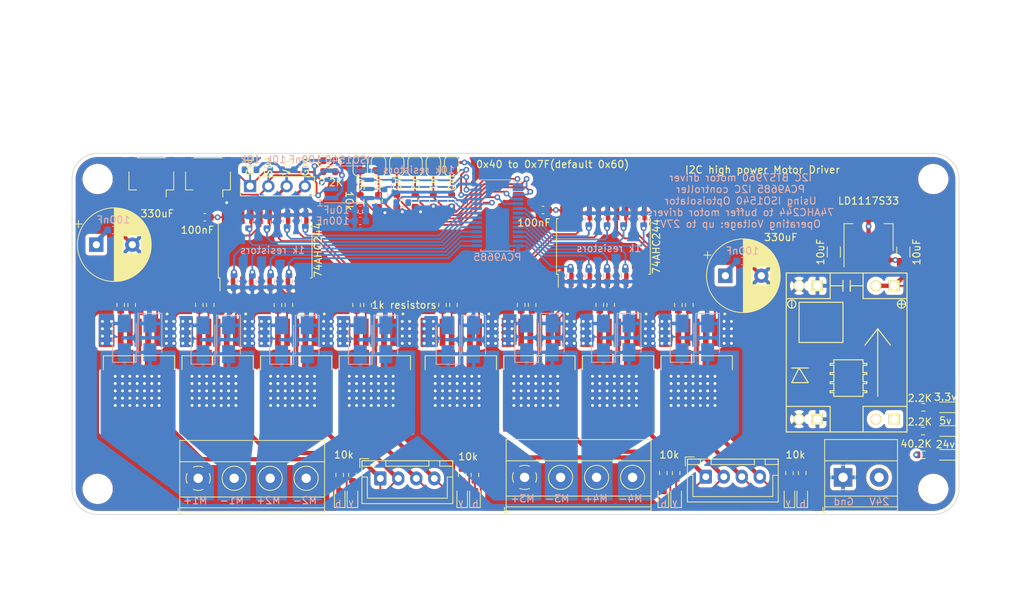
<source format=kicad_pcb>
(kicad_pcb (version 20211014) (generator pcbnew)
  (layers (0 "F.Cu" signal) (1 "In1.Cu" signal) (2 "In2.Cu" signal) (31 "B.Cu" signal) (34 "B.Paste" user) (35 "F.Paste" user) (36 "B.SilkS" user "B.Silkscreen") (37 "F.SilkS" user "F.Silkscreen") (38 "B.Mask" user) (39 "F.Mask" user) (44 "Edge.Cuts" user))
  (net 0 "")
  (net 1 "+3V3")
  (net 2 "GND")
  (net 3 "+5V")
  (net 4 "+24V")
  (net 5 "VCC")
  (net 6 "GND2")
  (net 7 "Net-(D1-Pad1)")
  (net 8 "Net-(D23-Pad1)")
  (net 9 "Net-(D19-Pad1)")
  (net 10 "Net-(D11-Pad1)")
  (net 11 "Net-(D15-Pad1)")
  (net 12 "Net-(D17-Pad2)")
  (net 13 "Net-(D18-Pad2)")
  (net 14 "Net-(D19-Pad2)")
  (net 15 "Net-(D20-Pad2)")
  (net 16 "Net-(D21-Pad2)")
  (net 17 "Net-(D22-Pad2)")
  (net 18 "Net-(D23-Pad2)")
  (net 19 "Net-(D24-Pad2)")
  (net 20 "Net-(D25-Pad2)")
  (net 21 "Net-(D26-Pad2)")
  (net 22 "Net-(D27-Pad2)")
  (net 23 "Net-(D28-Pad2)")
  (net 24 "/scl_external")
  (net 25 "/sda_external")
  (net 26 "/sda")
  (net 27 "/scl")
  (net 28 "Net-(JP1-Pad2)")
  (net 29 "Net-(JP2-Pad2)")
  (net 30 "Net-(JP3-Pad2)")
  (net 31 "Net-(JP4-Pad2)")
  (net 32 "Net-(JP5-Pad2)")
  (net 33 "Net-(JP6-Pad2)")
  (net 34 "/pwm8")
  (net 35 "/pwm10")
  (net 36 "/pwm9")
  (net 37 "/pwm11")
  (net 38 "/pwm12")
  (net 39 "/pwm14")
  (net 40 "/pwm13")
  (net 41 "/pwm15")
  (net 42 "Net-(R16-Pad1)")
  (net 43 "/pwm0")
  (net 44 "Net-(R39-Pad1)")
  (net 45 "Net-(R76-Pad1)")
  (net 46 "Net-(R77-Pad1)")
  (net 47 "Net-(R78-Pad1)")
  (net 48 "Net-(R79-Pad1)")
  (net 49 "Net-(R80-Pad1)")
  (net 50 "Net-(R81-Pad1)")
  (net 51 "Net-(R82-Pad1)")
  (net 52 "Net-(R83-Pad1)")
  (net 53 "/pwm7")
  (net 54 "/pwm5")
  (net 55 "/pwm6")
  (net 56 "/pwm4")
  (net 57 "/pwm3")
  (net 58 "/pwm1")
  (net 59 "/pwm2")
  (net 60 "Net-(D17-Pad1)")
  (net 61 "Net-(D10-Pad2)")
  (net 62 "Net-(D13-Pad1)")
  (net 63 "Net-(R9-Pad1)")
  (net 64 "Net-(R10-Pad1)")
  (net 65 "Net-(R11-Pad1)")
  (net 66 "Net-(R12-Pad1)")
  (net 67 "Net-(R13-Pad1)")
  (net 68 "Net-(R14-Pad1)")
  (net 69 "Net-(R15-Pad1)")
  (net 70 "Net-(U1-Pad3)")
  (net 71 "Net-(U1-Pad5)")
  (net 72 "Net-(U1-Pad16)")
  (net 73 "Net-(U7-Pad3)")
  (net 74 "Net-(U7-Pad5)")
  (net 75 "Net-(U11-Pad2)")
  (net 76 "Net-(U10-Pad3)")
  (net 77 "Net-(U10-Pad2)")
  (net 78 "Net-(U11-Pad3)")
  (net 79 "Net-(U7-Pad16)")
  (net 80 "Net-(U7-Pad18)")
  (net 81 "Net-(U1-Pad18)")
  (net 82 "Net-(U1-Pad7)")
  (net 83 "Net-(U1-Pad9)")
  (net 84 "Net-(U1-Pad12)")
  (net 85 "Net-(U1-Pad14)")
  (footprint "Resistor_SMD:R_0603_1608Metric" (layer "F.Cu") (at 217.424 123.698)
    (fp_text reference "R48" hide)
    (fp_text value "40.2K")
  )
  (footprint "TerminalBlock_Phoenix:TerminalBlock_Phoenix_MKDS-1,5-2_1x02_P5.00mm_Horizontal" (layer "F.Cu") (at 206.265 126.837)
    (fp_text reference "J1" hide)
    (fp_text value "power in")
  )
  (footprint "Resistor_SMD:R_0603_1608Metric" (layer "F.Cu") (at 172.466 102.87 90)
    (fp_text reference "R15" hide)
    (fp_text value "1k")
  )
  (footprint "Resistor_SMD:R_0603_1608Metric" (layer "F.Cu") (at 161.544 102.87 90)
    (fp_text reference "R14" hide)
    (fp_text value "1k")
  )
  (footprint "Resistor_SMD:R_0603_1608Metric" (layer "F.Cu") (at 183.071 126.238 90)
    (fp_text reference "R19" hide)
    (fp_text value "2.2k")
  )
  (footprint "Resistor_SMD:R_0603_1608Metric" (layer "F.Cu") (at 140.208 102.87 90)
    (fp_text reference "R80" hide)
    (fp_text value "1k")
  )
  (footprint "Resistor_SMD:R_0603_1608Metric" (layer "F.Cu") (at 151.892 88.392 -90)
    (fp_text reference "R33" hide)
    (fp_text value "10k")
  )
  (footprint "LED_SMD:LED_0603_1608Metric" (layer "F.Cu") (at 181.293 129.54 90)
    (fp_text reference "D17" hide)
    (fp_text value "LED")
  )
  (footprint "Resistor_SMD:R_0603_1608Metric" (layer "F.Cu") (at 118.364 102.87 90)
    (fp_text reference "R82" hide)
    (fp_text value "1k")
  )
  (footprint "LED_SMD:LED_0603_1608Metric" (layer "F.Cu") (at 220.472 123.698 180)
    (fp_text reference "D25" hide)
    (fp_text value "24v")
  )
  (footprint "Resistor_SMD:R_0603_1608Metric" (layer "F.Cu") (at 149.352 88.392 -90)
    (fp_text reference "R34" hide)
    (fp_text value "10k")
  )
  (footprint "Package_TO_SOT_SMD:SOT-223-3_TabPin2" (layer "F.Cu") (at 209.804 93.472 90)
    (fp_text reference "U13" hide)
    (fp_text value "LD1117S33")
  )
  (footprint "Resistor_SMD:R_0603_1608Metric" (layer "F.Cu") (at 116.84 102.87 90)
    (fp_text reference "R78" hide)
    (fp_text value "1k")
  )
  (footprint "Resistor_SMD:R_0603_1608Metric" (layer "F.Cu") (at 217.361 120.396)
    (fp_text reference "R52" hide)
    (fp_text value "2.2K")
  )
  (footprint "Resistor_SMD:R_0603_1608Metric" (layer "F.Cu") (at 183.388 102.87 90)
    (fp_text reference "R16" hide)
    (fp_text value "1k")
  )
  (footprint "Package_SO:SOIC-20W_7.5x12.8mm_P1.27mm" (layer "F.Cu") (at 125.984 95.25 90)
    (fp_text reference "U7" hide)
    (fp_text value "74AHC244")
  )
  (footprint "LED_SMD:LED_0603_1608Metric" (layer "F.Cu") (at 183.071 129.54 90)
    (fp_text reference "D21" hide)
    (fp_text value "LED")
  )
  (footprint "LED_SMD:LED_0603_1608Metric" (layer "F.Cu") (at 136.335 129.54 90)
    (fp_text reference "D19" hide)
    (fp_text value "LED")
  )
  (footprint "LED_SMD:LED_0603_1608Metric" (layer "F.Cu") (at 153.353 129.54 90)
    (fp_text reference "D24" hide)
    (fp_text value "LED")
  )
  (footprint "Resistor_SMD:R_0603_1608Metric" (layer "F.Cu") (at 144.272 88.392 -90)
    (fp_text reference "R36" hide)
    (fp_text value "10k")
  )
  (footprint "Resistor_SMD:R_0603_1608Metric" (layer "F.Cu") (at 184.912 102.87 90)
    (fp_text reference "R12" hide)
    (fp_text value "1k")
  )
  (footprint "Resistor_SMD:R_0603_1608Metric" (layer "F.Cu") (at 138.684 102.87 90)
    (fp_text reference "R76" hide)
    (fp_text value "1k")
  )
  (footprint "Evan's misc parts:MP1584_buck_module" (layer "F.Cu") (at 206.756 109.474 90)
    (fp_text reference "U90" hide)
    (fp_text value "mp1584 dcdc")
  )
  (footprint "MountingHole:MountingHole_3.2mm_M3" (layer "F.Cu") (at 102.719 85.358)
    (fp_text reference "REF**" hide)
    (fp_text value "MountingHole_3.2mm_M3")
  )
  (footprint "Capacitor_SMD:C_0603_1608Metric" (layer "F.Cu") (at 117.602 90.678 180)
    (fp_text reference "C8" hide)
    (fp_text value "100nF")
  )
  (footprint "LED_SMD:LED_0603_1608Metric" (layer "F.Cu") (at 198.819 129.54 90)
    (fp_text reference "D22" hide)
    (fp_text value "LED")
  )
  (footprint "LED_SMD:LED_0603_1608Metric" (layer "F.Cu") (at 220.472 117.094 180)
    (fp_text reference "D28" hide)
    (fp_text value "3.3v")
  )
  (footprint "Resistor_SMD:R_0603_1608Metric" (layer "F.Cu") (at 200.597 126.238 -90)
    (fp_text reference "R18" hide)
    (fp_text value "2.2k")
  )
  (footprint "Resistor_SMD:R_0603_1608Metric" (layer "F.Cu") (at 139.192 88.392 -90)
    (fp_text reference "R38" hide)
    (fp_text value "10k")
  )
  (footprint "Capacitor_THT:CP_Radial_D10.0mm_P5.00mm" (layer "F.Cu") (at 102.534323 94.488)
    (fp_text reference "C11" hide)
    (fp_text value "330uF")
  )
  (footprint "Resistor_SMD:R_0603_1608Metric" (layer "F.Cu") (at 134.874 84.328 180)
    (fp_text reference "R49" hide)
    (fp_text value "2.2K")
  )
  (footprint "Evan's misc parts:DPAK127P1490X440-8N" (layer "F.Cu") (at 153.162 112.622 -90)
    (fp_text reference "U2" hide)
    (fp_text value "BTS7960B")
  )
  (footprint "Connector_JST:JST_XH_B4B-XH-A_1x04_P2.50mm_Vertical" (layer "F.Cu") (at 141.983 126.983)
    (fp_text reference "J5" hide)
    (fp_text value "jst")
  )
  (footprint "Evan's misc parts:DPAK127P1490X440-8N" (layer "F.Cu") (at 130.302 112.622 -90)
    (fp_text reference "U10" hide)
    (fp_text value "BTS7960B")
  )
  (footprint "MountingHole:MountingHole_3.2mm_M3" (layer "F.Cu") (at 218.798 128.437)
    (fp_text reference "REF**" hide)
    (fp_text value "MountingHole_3.2mm_M3")
  )
  (footprint "MountingHole:MountingHole_3.2mm_M3" (layer "F.Cu") (at 218.798 85.358)
    (fp_text reference "REF**" hide)
    (fp_text value "MountingHole_3.2mm_M3")
  )
  (footprint "Jumper:SolderJumper-2_P1.3mm_Open_RoundedPad1.0x1.5mm" (layer "F.Cu") (at 151.892 83.566 -90)
    (fp_text reference "JP1" hide)
    (fp_text value "Jumper_2_Open")
  )
  (footprint "LED_SMD:LED_0603_1608Metric" (layer "F.Cu") (at 138.113 129.54 90)
    (fp_text reference "D23" hide)
    (fp_text value "LED")
  )
  (footprint "Capacitor_SMD:C_0603_1608Metric" (layer "F.Cu") (at 164.592 89.662 180)
    (fp_text reference "C3" hide)
    (fp_text value "100nF")
  )
  (footprint "Resistor_SMD:R_0603_1608Metric" (layer "F.Cu") (at 152.146 102.87 90)
    (fp_text reference "R9" hide)
    (fp_text value "1k")
  )
  (footprint "Capacitor_THT:CP_Radial_D10.0mm_P5.00mm" (layer "F.Cu") (at 189.910323 98.806)
    (fp_text reference "C7" hide)
    (fp_text value "330uF")
  )
  (footprint "Connector_JST:JST_SH_SM04B-SRSS-TB_1x04-1MP_P1.00mm_Horizontal" (layer "F.Cu") (at 110.173 85.09 180)
    (fp_text reference "J8" hide)
    (fp_text value "qwiic 2")
  )
  (footprint "Resistor_SMD:R_0603_1608Metric" (layer "F.Cu") (at 127.762 102.87 90)
    (fp_text reference "R77" hide)
    (fp_text value "1k")
  )
  (footprint "Capacitor_SMD:C_1206_3216Metric" (layer "F.Cu") (at 204.978 95.504 -90)
    (fp_text reference "C89" hide)
    (fp_text value "10uF")
  )
  (footprint "Jumper:SolderJumper-2_P1.3mm_Open_RoundedPad1.0x1.5mm" (layer "F.Cu") (at 149.352 83.566 -90)
    (fp_text reference "JP2" hide)
    (fp_text value "Jumper_2_Open")
  )
  (footprint "Resistor_SMD:R_0603_1608Metric" (layer "F.Cu") (at 163.068 102.87 90)
    (fp_text reference "R10" hide)
    (fp_text value "1k")
  )
  (footprint "Resistor_SMD:R_0603_1608Metric" (layer "F.Cu") (at 105.918 102.87 90)
    (fp_text reference "R79" hide)
    (fp_text value "1k")
  )
  (footprint "Jumper:SolderJumper-2_P1.3mm_Open_RoundedPad1.0x1.5mm" (layer "F.Cu") (at 146.812 83.566 -90)
    (fp_text reference "JP3" hide)
    (fp_text value "Jumper_2_Open")
  )
  (footprint "Jumper:SolderJumper-2_P1.3mm_Bridged_RoundedPad1.0x1.5mm" (layer "F.Cu") (at 139.192 83.566 -90)
    (fp_text reference "JP6" hide)
    (fp_text value "Jumper_2_Open")
  )
  (footprint "LED_SMD:LED_0603_1608Metric" (layer "F.Cu") (at 155.131 129.54 90)
    (fp_text reference "D20" hide)
    (fp_text value "LED")
  )
  (footprint "TerminalBlock_Phoenix:TerminalBlock_Phoenix_MKDS-1,5-4_1x04_P5.00mm_Horizontal" (layer "F.Cu") (at 162.022 126.837)
    (fp_text reference "J4" hide)
    (fp_text value "Conn_01x04")
  )
  (footprint "Jumper:SolderJumper-2_P1.3mm_Open_RoundedPad1.0x1.5mm" (layer "F.Cu") (at 141.732 83.566 -90)
    (fp_text reference "JP5" hide)
    (fp_text value "Jumper_2_Open")
  )
  (footprint "Resistor_SMD:R_0603_1608Metric" (layer "F.Cu") (at 155.131 126.492 -90)
    (fp_text reference "R32" hide)
    (fp_text value "2.2k")
  )
  (footprint "Resistor_SMD:R_0603_1608Metric" (layer "F.Cu") (at 198.819 126.238 90)
    (fp_text reference "R20" hide)
    (fp_text value "2.2k")
  )
  (footprint "Evan's misc parts:DPAK127P1490X440-8N" (layer "F.Cu") (at 185.928 112.622 -90)
    (fp_text reference "U6" hide)
    (fp_text value "BTS7960B")
  )
  (footprint "MountingHole:MountingHole_3.2mm_M3" (layer "F.Cu") (at 102.719 128.437)
    (fp_text reference "REF**" hide)
    (fp_text value "MountingHole_3.2mm_M3")
  )
  (footprint "LED_SMD:LED_0603_1608Metric" (layer "F.Cu") (at 134.874 82.804)
    (fp_text reference "D26" hide)
    (fp_text value "Orange LED")
  )
  (footprint "Evan's misc parts:DPAK127P1490X440-8N" (layer "F.Cu") (at 175.006 112.622 -90)
    (fp_text reference "U4" hide)
    (fp_text value "BTS7960B")
  )
  (footprint "Jumper:SolderJumper-2_P1.3mm_Open_RoundedPad1.0x1.5mm" (layer "F.Cu") (at 144.272 83.566 -90)
    (fp_text reference "JP4" hide)
    (fp_text value "Jumper_2_Open")
  )
  (footprint "Resistor_SMD:R_0603_1608Metric" (layer "F.Cu") (at 173.99 102.87 90)
    (fp_text reference "R11" hide)
    (fp_text value "1k")
  )
  (footprint "Connector_JST:JST_XH_B4B-XH-A_1x04_P2.50mm_Vertical" (layer "F.Cu") (at 187.195 126.746)
    (fp_text reference "J3" hide)
    (fp_text value "jst")
  )
  (footprint "Resistor_SMD:R_0603_1608Metric" (layer "F.Cu") (at 107.442 102.87 90)
    (fp_text reference "R83" hide)
    (fp_text value "1k")
  )
  (footprint "LED_SMD:LED_0603_1608Metric" (layer "F.Cu") (at 200.597 129.54 90)
    (fp_text reference "D18" hide)
    (fp_text value "LED")
  )
  (footprint "Evan's misc parts:DPAK127P1490X440-8N" (layer "F.Cu") (at 141.224 112.622 -90)
    (fp_text reference "U11" hide)
    (fp_text value "BTS7960B")
  )
  (footprint "Resistor_SMD:R_0603_1608Metric" (layer "F.Cu") (at 138.113 126.492 90)
    (fp_text reference "R42" hide)
    (fp_text value "2.2k")
  )
  (footprint "Connector_PinHeader_2.54mm:PinHeader_1x04_P2.54mm_Vertical" (layer "F.Cu") (at 123.889 86.36 90)
    (fp_text reference "J6" hide)
    (fp_text value "to qwiic breakout")
  )
  (footprint "Capacitor_SMD:C_1206_3216Metric" (layer "F.Cu") (at 214.63 95.504 90)
    (fp_text reference "C90" hide)
    (fp_text value "10uF")
  )
  (footprint "Evan's misc parts:DPAK127P1490X440-8N" (layer "F.Cu") (at 108.458 112.622 -90)
    (fp_text reference "U8" hide)
    (fp_text value "BTS7960B")
  )
  (footprint "TerminalBlock_Phoenix:TerminalBlock_Phoenix_MKDS-1,5-4_1x04_P5.00mm_Horizontal" (layer "F.Cu") (at 116.683 126.964)
    (fp_text reference "J2" hide)
    (fp_text value "Conn_01x04")
  )
  (footprint "Evan's misc parts:DPAK127P1490X440-8N" (layer "F.Cu") (at 164.084 112.622 -90)
    (fp_text reference "U3" hide)
    (fp_text value "BTS7960B")
  )
  (footprint "Package_SO:SOIC-20W_7.5x12.8mm_P1.27mm" (layer "F.Cu") (at 172.974 94.742 90)
    (fp_text reference "U1" hide)
    (fp_text value "74AHC244")
  )
  (footprint "Resistor_SMD:R_0603_1608Metric" (layer "F.Cu") (at 181.293 126.238 -90)
    (fp_text reference "R17" hide)
    (fp_text value "2.2k")
  )
  (footprint "Resistor_SMD:R_0603_1608Metric" (layer "F.Cu") (at 150.622 102.87 90)
    (fp_text reference "R13" hide)
    (fp_text value "1k")
  )
  (footprint "Resistor_SMD:R_0603_1608Metric" (layer "F.Cu") (at 129.286 102.87 90)
    (fp_text reference "R81" hide)
    (fp_text value "1k")
  )
  (footprint "Resistor_SMD:R_0603_1608Metric" (layer "F.Cu") (at 146.812 88.392 -90)
    (fp_text reference "R35" hide)
    (fp_text value "10k")
  )
  (footprint "Resistor_SMD:R_0603_1608Metric" (layer "F.Cu") (at 141.732 88.392 -90)
    (fp_text reference "R37" hide)
    (fp_text value "10k")
  )
  (footprint "Evan's misc parts:DPAK127P1490X440-8N" (layer "F.Cu") (at 119.38 112.622 -90)
    (fp_text reference "U9" hide)
    (fp_text value "BTS7960B")
  )
  (footprint "Connector_JST:JST_SH_SM04B-SRSS-TB_1x04-1MP_P1.00mm_Horizontal" (layer "F.Cu") (at 118.047 85.09 180)
    (fp_text reference "J7" hide)
    (fp_text value "qwiic 1")
  )
  (footprint "Resistor_SMD:R_0603_1608Metric" (layer "F.Cu") (at 153.353 126.492 90)
    (fp_text reference "R43" hide)
    (fp_text value "2.2k")
  )
  (footprint "Resistor_SMD:R_0603_1608Metric" (layer "F.Cu") (at 136.335 126.492 -90)
    (fp_text reference "R31" hide)
    (fp_text value "2.2k")
  )
  (footprint "LED_SMD:LED_0603_1608Metric" (layer "F.Cu") (at 220.472 120.396 180)
    (fp_text reference "D27" hide)
    (fp_text value "5v")
  )
  (footprint "Resistor_SMD:R_0603_1608Metric" (layer "F.Cu") (at 217.424 117.094)
    (fp_text reference "R55" hide)
    (fp_text value "2.2K")
  )
  (footprint "Resistor_SMD:R_0603_1608Metric" (layer "B.Cu") (at 176.022 98.806 -90)
    (fp_text reference "R3" hide)
    (fp_text value "1k")
  )
  (footprint "Diode_SMD:D_SMA" (layer "B.Cu") (at 131.826 107.696 -90)
    (fp_text reference "D12" hide)
    (fp_text value "DIODE")
  )
  (footprint "Package_SO:SOIC-8_3.9x4.9mm_P1.27mm" (layer "B.Cu") (at 137.668 86.106)
    (fp_text reference "U12" hide)
    (fp_text value "ISO1540")
  )
  (footprint "Resistor_SMD:R_0603_1608Metric" (layer "B.Cu") (at 127.508 84.074)
    (fp_text reference "R51" hide)
    (fp_text value "10k")
  )
  (footprint "Diode_SMD:D_SMA" (layer "B.Cu") (at 162.306 107.442 90)
    (fp_text reference "D5" hide)
    (fp_text value "DIODE")
  )
  (footprint "Diode_SMD:D_SMA" (layer "B.Cu") (at 154.94 107.696 -90)
    (fp_text reference "D2" hide)
    (fp_text value "DIODE")
  )
  (footprint "Resistor_SMD:R_0603_1608Metric" (layer "B.Cu") (at 123.952 84.074)
    (fp_text reference "R50" hide)
    (fp_text value "10k")
  )
  (footprint "Capacitor_SMD:C_0603_1608Metric" (layer "B.Cu") (at 139.192 89.662 180)
    (fp_text reference "C2" hide)
    (fp_text value "10uF")
  )
  (footprint "Resistor_SMD:R_0603_1608Metric" (layer "B.Cu") (at 121.666 99.568 -90)
    (fp_text reference "R90" hide)
    (fp_text value "1k")
  )
  (footprint "Diode_SMD:D_SMA" (layer "B.Cu") (at 183.896 107.442 90)
    (fp_text reference "D13" hide)
    (fp_text value "DIODE")
  )
  (footprint "Package_SO:TSSOP-28_4.4x9.7mm_P0.65mm" (layer "B.Cu") (at 158.242 90.424 180)
    (fp_text reference "U5" hide)
    (fp_text value "PCA9685")
  )
  (footprint "Diode_SMD:D_SMA" (layer "B.Cu") (at 120.904 107.696 -90)
    (fp_text reference "D8" hide)
    (fp_text value "DIODE")
  )
  (footprint "Diode_SMD:D_SMA" (layer "B.Cu") (at 142.748 107.696 -90)
    (fp_text reference "D16" hide)
    (fp_text value "DIODE")
  )
  (footprint "Capacitor_SMD:C_0603_1608Metric" (layer "B.Cu") (at 130.81 84.074)
    (fp_text reference "C13" hide)
    (fp_text value "100nF")
  )
  (footprint "Diode_SMD:D_SMA" (layer "B.Cu") (at 109.982 107.442 -90)
    (fp_text reference "D4" hide)
    (fp_text value "DIODE")
  )
  (footprint "Diode_SMD:D_SMA" (layer "B.Cu") (at 176.53 107.442 -90)
    (fp_text reference "D10" hide)
    (fp_text value "DIODE")
  )
  (footprint "Diode_SMD:D_SMA" (layer "B.Cu") (at 139.192 107.696 90)
    (fp_text reference "D15" hide)
    (fp_text value "DIODE")
  )
  (footprint "Resistor_SMD:R_0603_1608Metric" (layer "B.Cu") (at 123.698 91.377 90)
    (fp_text reference "R86" hide)
    (fp_text value "1k")
  )
  (footprint "Capacitor_SMD:C_0603_1608Metric" (layer "B.Cu") (at 192.278 96.774)
    (fp_text reference "C5" hide)
    (fp_text value "100nF")
  )
  (footprint "Diode_SMD:D_SMA" (layer "B.Cu") (at 165.862 107.442 -90)
    (fp_text reference "D6" hide)
    (fp_text value "DIODE")
  )
  (footprint "Diode_SMD:D_SMA" (layer "B.Cu") (at 117.348 107.696 90)
    (fp_text reference "D7" hide)
    (fp_text value "DIODE")
  )
  (footprint "Resistor_SMD:R_0603_1608Metric" (layer "B.Cu") (at 173.482 98.806 -90)
    (fp_text reference "R4" hide)
    (fp_text value "1k")
  )
  (footprint "Capacitor_SMD:C_0603_1608Metric" (layer "B.Cu") (at 104.902 92.456)
    (fp_text reference "C9" hide)
    (fp_text value "100nF")
  )
  (footprint "Resistor_SMD:R_0603_1608Metric" (layer "B.Cu") (at 129.032 91.186 90)
    (fp_text reference "R84" hide)
    (fp_text value "1k")
  )
  (footprint "Diode_SMD:D_SMA" (layer "B.Cu") (at 128.27 107.696 90)
    (fp_text reference "D11" hide)
    (fp_text value "DIODE")
  )
  (footprint "Diode_SMD:D_SMA" (layer "B.Cu") (at 172.974 107.442 90)
    (fp_text reference "D9" hide)
    (fp_text value "DIODE")
  )
  (footprint "Resistor_SMD:R_0603_1608Metric" (layer "B.Cu") (at 173.482 90.932 90)
    (fp_text reference "R5" hide)
    (fp_text value "1k")
  )
  (footprint "Resistor_SMD:R_0603_1608Metric" (layer "B.Cu") (at 126.238 91.377 90)
    (fp_text reference "R23" hide)
    (fp_text value "1k")
  )
  (footprint "Diode_SMD:D_SMA" (layer "B.Cu") (at 151.384 107.696 90)
    (fp_text reference "D1" hide)
    (fp_text value "DIODE")
  )
  (footprint "Resistor_SMD:R_0603_1608Metric" (layer "B.Cu") (at 175.768 90.932 90)
    (fp_text reference "R8" hide)
    (fp_text value "1k")
  )
  (footprint "Resistor_SMD:R_0603_1608Metric" (layer "B.Cu") (at 145.034 88.646 180)
    (fp_text reference "R39" hide)
    (fp_text value "10k" hide)
  )
  (footprint "Resistor_SMD:R_0603_1608Metric" (layer "B.Cu") (at 131.572 91.123 90)
    (fp_text reference "R24" hide)
    (fp_text value "1k")
  )
  (footprint "Resistor_SMD:R_0603_1608Metric" (layer "B.Cu") (at 124.206 99.631 -90)
    (fp_text reference "R21" hide)
    (fp_text value "1k")
  )
  (footprint "Resistor_SMD:R_0603_1608Metric" (layer "B.Cu") (at 129.286 99.568 -90)
    (fp_text reference "R88" hide)
    (fp_text value "1k")
  )
  (footprint "Resistor_SMD:R_0603_1608Metric" (layer "B.Cu") (at 170.942 98.806 -90)
    (fp_text reference "R1" hide)
    (fp_text value "1k")
  )
  (footprint "Resistor_SMD:R_0603_1608Metric" (layer "B.Cu") (at 142.494 87.63 -90)
    (fp_text reference "R54" hide)
    (fp_text value "10k" hide)
  )
  (footprint "Resistor_SMD:R_0603_1608Metric" (layer "B.Cu") (at 144.018 86.36 -90)
    (fp_text reference "R53" hide)
    (fp_text value "10k" hide)
  )
  (footprint "Resistor_SMD:R_0603_1608Metric" (layer "B.Cu") (at 178.562 90.932 90)
    (fp_text reference "R7" hide)
    (fp_text value "1k")
  )
  (footprint "Resistor_SMD:R_0603_1608Metric" (layer "B.Cu") (at 168.402 98.806 -90)
    (fp_text reference "R2" hide)
    (fp_text value "1k")
  )
  (footprint "Diode_SMD:D_SMA" (layer "B.Cu") (at 187.452 107.442 -90)
    (fp_text reference "D14" hide)
    (fp_text value "DIODE")
  )
  (footprint "Diode_SMD:D_SMA" (layer "B.Cu") (at 106.426 107.442 90)
    (fp_text reference "D3" hide)
    (fp_text value "DIODE")
  )
  (footprint "Resistor_SMD:R_0603_1608Metric" (layer "B.Cu") (at 170.942 90.932 90)
    (fp_text reference "R6" hide)
    (fp_text value "1k")
  )
  (footprint "Capacitor_SMD:C_0603_1608Metric" (layer "B.Cu") (at 139.192 91.186 180)
    (fp_text reference "C1" hide)
    (fp_text value "100nF")
  )
  (footprint "Resistor_SMD:R_0603_1608Metric" (layer "B.Cu") (at 126.746 99.568 -90)
    (fp_text reference "R22" hide)
    (fp_text value "1k")
  )
  (gr_line (start 99.163 85.358) (end 99.163 128.437) (layer "Edge.Cuts") (width 0.1))
  (gr_line (start 218.798 131.995267) (end 102.719 131.993) (layer "Edge.Cuts") (width 0.1))
  (gr_arc (start 218.798 81.802) (mid 221.312472 82.843528) (end 222.354 85.358) (layer "Edge.Cuts") (width 0.1))
  (gr_arc (start 102.719 131.993) (mid 100.204528 130.951472) (end 99.163 128.437) (layer "Edge.Cuts") (width 0.1))
  (gr_arc (start 222.354 128.31) (mid 221.358582 130.907766) (end 218.798 131.995267) (layer "Edge.Cuts") (width 0.1))
  (gr_line (start 102.719 81.802) (end 218.798 81.802) (layer "Edge.Cuts") (width 0.1))
  (gr_arc (start 99.163 85.358) (mid 100.204528 82.843528) (end 102.719 81.802) (layer "Edge.Cuts") (width 0.1))
  (gr_line (start 222.354 85.358) (end 222.354 128.31) (layer "Edge.Cuts") (width 0.1))
  (gr_text "10k resistors" (at 147.32 84.074) (layer "B.SilkS") (effects (font (size 1 1)) (justify mirror)))
  (gr_text "1k resistors" (at 173.736 94.996) (layer "B.SilkS") (effects (font (size 1 1)) (justify mirror)))
  (gr_text "b" (at 200.66 130.556) (layer "B.SilkS") (effects (font (size 1 1)) (justify mirror)))
  (gr_text "y" (at 153.162 130.302) (layer "B.SilkS") (effects (font (size 1 1)) (justify mirror)))
  (gr_text "1" (at 133.604 88.646) (layer "B.SilkS") (effects (font (size 1 1)) (justify mirror)))
  (gr_text "M4+" (at 171.895 129.794) (layer "B.SilkS") (effects (font (size 1 1)) (justify mirror)))
  (gr_text "y" (at 182.88 130.302) (layer "B.SilkS") (effects (font (size 1 1)) (justify mirror)))
  (gr_text "M2-" (at 131.509 130.048) (layer "B.SilkS") (effects (font (size 1 1)) (justify mirror)))
  (gr_text "M2+" (at 126.429 130.048) (layer "B.SilkS") (effects (font (size 1 1)) (justify mirror)))
  (gr_text "M4-" (at 176.721 129.794) (layer "B.SilkS") (effects (font (size 1 1)) (justify mirror)))
  (gr_text "M3-" (at 166.561 129.794) (layer "B.SilkS") (effects (font (size 1 1)) (justify mirror)))
  (gr_text "y" (at 198.628 130.302) (layer "B.SilkS") (effects (font (size 1 1)) (justify mirror)))
  (gr_text "M3+" (at 161.735 129.794) (layer "B.SilkS") (effects (font (size 1 1)) (justify mirror)))
  (gr_text "b" (at 155.194 130.556) (layer "B.SilkS") (effects (font (size 1 1)) (justify mirror)))
  (gr_text "M1-" (at 121.349 130.048) (layer "B.SilkS") (effects (font (size 1 1)) (justify mirror)))
  (gr_text "y" (at 137.922 130.302) (layer "B.SilkS") (effects (font (size 1 1)) (justify mirror)))
  (gr_text "b" (at 136.144 130.556) (layer "B.SilkS") (effects (font (size 1 1)) (justify mirror)))
  (gr_text "Gnd" (at 206.352 130.215) (layer "B.SilkS") (effects (font (size 1 1)) (justify mirror)))
  (gr_text "I2C BTS7960 motor driver\nPCA9685 I2C controller\nUsing ISO1540 Optoisolator\n74AHC244 to buffer motor drivers\nOperating Voltage: up to 27V\n" (at 192.024 88.392) (layer "B.SilkS") (effects (font (size 1 1)) (justify mirror)))
  (gr_text "24V" (at 211.305 130.215) (layer "B.SilkS") (effects (font (size 1 1)) (justify mirror)))
  (gr_text "M1+" (at 116.269 130.048) (layer "B.SilkS") (effects (font (size 1 1)) (justify mirror)))
  (gr_text "1k resistors" (at 127 95.25) (layer "B.SilkS") (effects (font (size 1 1)) (justify mirror)))
  (gr_text "b" (at 181.356 130.556) (layer "B.SilkS") (effects (font (size 1 1)) (justify mirror)))
  (gr_text "SCL" (at 123.889 83.566 90) (layer "F.SilkS") (effects (font (size 1 1))))
  (gr_text "A0" (at 151.892 86.106 -90) (layer "F.SilkS") (effects (font (size 1 1))))
  (gr_text "Gnd" (at 131.509 83.566 90) (layer "F.SilkS") (effects (font (size 1 1))))
  (gr_text "10k" (at 137.668 88.392 -90) (layer "F.SilkS") (effects (font (size 1 1))))
  (gr_text "1k resistors" (at 145.288 102.87) (layer "F.SilkS") (effects (font (size 1 1))))
  (gr_text "A5" (at 139.192 86.106 -90) (layer "F.SilkS") (effects (font (size 1 1))))
  (gr_text "A3" (at 144.272 86.106 -90) (layer "F.SilkS") (effects (font (size 1 1))))
  (gr_text "0x40 to 0x7F(default 0x60)" (at 155.194 83.312) (layer "F.SilkS") (effects (font (size 1 1)) (justify left)))
  (gr_text "Vcc" (at 128.969 83.566 90) (layer "F.SilkS") (effects (font (size 1 1))))
  (gr_text "10k" (at 154.178 123.952) (layer "F.SilkS") (effects (font (size 1 1))))
  (gr_text "SDA" (at 126.429 83.566 90) (layer "F.SilkS") (effects (font (size 1 1))))
  (gr_text "10k" (at 136.906 123.698) (layer "F.SilkS") (effects (font (size 1 1))))
  (gr_text "10k" (at 182.118 123.698) (layer "F.SilkS") (effects (font (size 1 1))))
  (gr_text "A1" (at 149.352 86.106 -90) (layer "F.SilkS") (effects (font (size 1 1))))
  (gr_text "10k" (at 199.644 123.698) (layer "F.SilkS") (effects (font (size 1 1))))
  (gr_text "A2" (at 146.812 86.106 -90) (layer "F.SilkS") (effects (font (size 1 1))))
  (gr_text "A4" (at 141.732 86.106 -90) (layer "F.SilkS") (effects (font (size 1 1))))
  (gr_text "I2C high power Motor Driver" (at 195.072 84.074) (layer "F.SilkS") (effects (font (size 1 1))))
  (segment (start 209.755 94.029) (end 209.804 93.98) (width 0.6) (layer "F.Cu") (net 1))
  (segment (start 214.688493 95.25) (end 209.804 95.25) (width 0.25) (layer "F.Cu") (net 1))
  (segment (start 209.804 91.948) (end 209.804 93.98) (width 0.6) (layer "F.Cu") (net 1))
  (segment (start 209.804 90.322) (end 209.804 91.948) (width 0.6) (layer "F.Cu") (net 1))
  (segment (start 152.034 83.058) (end 151.892 82.916) (width 0.4) (layer "F.Cu") (net 1))
  (segment (start 149.352 82.916) (end 151.892 82.916) (width 0.25) (layer "F.Cu") (net 1))
  (segment (start 216.599 97.160507) (end 214.688493 95.25) (width 0.25) (layer "F.Cu") (net 1))
  (segment (start 144.272 82.916) (end 146.812 82.916) (width 0.25) (layer "F.Cu") (net 1))
  (segment (start 153.67 83.058) (end 152.034 83.058) (width 0.4) (layer "F.Cu") (net 1))
  (segment (start 139.192 82.916) (end 141.732 82.916) (width 0.25) (layer "F.Cu") (net 1))
  (segment (start 209.804 93.98) (end 209.804 95.25) (width 0.6) (layer "F.Cu") (net 1))
  (segment (start 216.599 117.094) (end 216.599 97.160507) (width 0.25) (layer "F.Cu") (net 1))
  (segment (start 146.812 82.916) (end 149.352 82.916) (width 0.25) (layer "F.Cu") (net 1))
  (segment (start 204.978 94.029) (end 209.755 94.029) (width 0.6) (layer "F.Cu") (net 1))
  (segment (start 209.804 95.25) (end 209.804 96.622) (width 0.6) (layer "F.Cu") (net 1))
  (segment (start 141.732 82.916) (end 144.272 82.916) (width 0.25) (layer "F.Cu") (net 1))
  (via (at 153.67 83.058) (size 0.8) (drill 0.4) (layers "F.Cu" "B.Cu") (net 1))
  (via (at 209.804 91.948) (size 0.8) (drill 0.4) (layers "F.Cu" "B.Cu") (net 1))
  (segment (start 142.494 88.455) (end 142.748 88.455) (width 0.4) (layer "B.Cu") (net 1))
  (segment (start 151.829 87.185) (end 152.964511 86.049489) (width 0.4) (layer "B.Cu") (net 1))
  (segment (start 154.178 83.058) (end 153.67 83.058) (width 0.4) (layer "B.Cu") (net 1))
  (segment (start 155.229989 86.049489) (end 155.3795 86.199) (width 0.4) (layer "B.Cu") (net 1))
  (segment (start 144.018 87.185) (end 151.829 87.185) (width 0.4) (layer "B.Cu") (net 1))
  (segment (start 139.967 88.187) (end 140.143 88.011) (width 0.4) (layer "B.Cu") (net 1))
  (segment (start 140.143 88.011) (end 142.05 88.011) (width 0.4) (layer "B.Cu") (net 1))
  (segment (start 154.94 85.7595) (end 154.94 83.82) (width 0.4) (layer "B.Cu") (net 1))
  (segment (start 152.964511 86.049489) (end 155.229989 86.049489) (width 0.4) (layer "B.Cu") (net 1))
  (segment (start 139.967 89.662) (end 139.967 88.187) (width 0.4) (layer "B.Cu") (net 1))
  (segment (start 154.94 83.82) (end 154.178 83.058) (width 0.4) (layer "B.Cu") (net 1))
  (segment (start 142.748 88.455) (end 144.018 87.185) (width 0.4) (layer "B.Cu") (net 1))
  (segment (start 155.3795 86.199) (end 154.94 85.7595) (width 0.4) (layer "B.Cu") (net 1))
  (segment (start 142.05 88.011) (end 142.494 88.455) (width 0.4) (layer "B.Cu") (net 1))
  (segment (start 139.967 91.186) (end 139.967 89.662) (width 0.4) (layer "B.Cu") (net 1))
  (segment (start 141.732 89.217) (end 141.795 89.217) (width 0.25) (layer "F.Cu") (net 2))
  (segment (start 172.021 102.045) (end 172.466 102.045) (width 0.25) (layer "F.Cu") (net 2))
  (segment (start 146.875 89.217) (end 147.574 89.916) (width 0.25) (layer "F.Cu") (net 2))
  (segment (start 146.812 89.217) (end 146.875 89.217) (width 0.25) (layer "F.Cu") (net 2))
  (segment (start 121.539 89.535) (end 120.65 88.646) (width 0.4) (layer "F.Cu") (net 2))
  (segment (start 141.795 89.217) (end 142.621 90.043) (width 0.25) (layer "F.Cu") (net 2))
  (segment (start 168.91 105.156) (end 172.021 102.045) (width 0.25) (layer "F.Cu") (net 2))
  (segment (start 144.335 89.217) (end 145.034 89.916) (width 0.25) (layer "F.Cu") (net 2))
  (segment (start 144.272 89.217) (end 144.335 89.217) (width 0.25) (layer "F.Cu") (net 2))
  (segment (start 121.539 90.6) (end 121.539 89.535) (width 0.4) (layer "F.Cu") (net 2))
  (via (at 112.268 105.156) (size 0.8) (drill 0.4) (layers "F.Cu" "B.Cu") (net 2))
  (via (at 156.972 106.172) (size 0.8) (drill 0.4) (layers "F.Cu" "B.Cu") (net 2))
  (via (at 124.206 107.188) (size 0.8) (drill 0.4) (layers "F.Cu" "B.Cu") (net 2))
  (via (at 146.05 107.188) (size 0.8) (drill 0.4) (layers "F.Cu" "B.Cu") (net 2))
  (via (at 168.91 106.172) (size 0.8) (drill 0.4) (layers "F.Cu" "B.Cu") (net 2))
  (via (at 189.738 106.172) (size 0.8) (drill 0.4) (layers "F.Cu" "B.Cu") (net 2))
  (via (at 167.894 107.188) (size 0.8) (drill 0.4) (layers "F.Cu" "B.Cu") (net 2))
  (via (at 123.19 108.204) (size 0.8) (drill 0.4) (layers "F.Cu" "B.Cu") (net 2))
  (via (at 135.128 106.172) (size 0.8) (drill 0.4) (layers "F.Cu" "B.Cu") (net 2))
  (via (at 113.284 105.156) (size 0.8) (drill 0.4) (layers "F.Cu" "B.Cu") (net 2))
  (via (at 145.034 105.156) (size 0.8) (drill 0.4) (layers "F.Cu" "B.Cu") (net 2))
  (via (at 190.754 105.156) (size 0.8) (drill 0.4) (layers "F.Cu" "B.Cu") (net 2))
  (via (at 156.972 108.204) (size 0.8) (drill 0.4) (layers "F.Cu" "B.Cu") (net 2))
  (via (at 112.268 106.172) (size 0.8) (drill 0.4) (layers "F.Cu" "B.Cu") (net 2))
  (via (at 134.112 105.156) (size 0.8) (drill 0.4) (layers "F.Cu" "B.Cu") (net 2))
  (via (at 123.19 107.188) (size 0.8) (drill 0.4) (layers "F.Cu" "B.Cu") (net 2))
  (via (at 135.128 105.156) (size 0.8) (drill 0.4) (layers "F.Cu" "B.Cu") (net 2))
  (via (at 157.988 106.172) (size 0.8) (drill 0.4) (layers "F.Cu" "B.Cu") (net 2))
  (via (at 157.988 105.156) (size 0.8) (drill 0.4) (layers "F.Cu" "B.Cu") (net 2))
  (via (at 156.972 105.156) (size 0.8) (drill 0.4) (layers "F.Cu" "B.Cu") (net 2))
  (via (at 142.621 90.043) (size 0.8) (drill 0.4) (layers "F.Cu" "B.Cu") (net 2))
  (via (at 135.128 107.188) (size 0.8) (drill 0.4) (layers "F.Cu" "B.Cu") (net 2))
  (via (at 179.832 108.204) (size 0.8) (drill 0.4) (layers "F.Cu" "B.Cu") (net 2))
  (via (at 113.284 107.188) (size 0.8) (drill 0.4) (layers "F.Cu" "B.Cu") (net 2))
  (via (at 149.352 89.154) (size 0.8) (drill 0.4) (layers "F.Cu" "B.Cu") (net 2))
  (via (at 146.05 105.156) (size 0.8) (drill 0.4) (layers "F.Cu" "B.Cu") (net 2))
  (via (at 146.05 108.204) (size 0.8) (drill 0.4) (layers "F.Cu" "B.Cu") (net 2))
  (via (at 124.206 108.204) (size 0.8) (drill 0.4) (layers "F.Cu" "B.Cu") (net 2))
  (via (at 147.574 89.916) (size 0.8) (drill 0.4) (layers "F.Cu" "B.Cu") (net 2))
  (via (at 167.894 106.172) (size 0.8) (drill 0.4) (layers "F.Cu" "B.Cu") (net 2))
  (via (at 157.988 107.188) (size 0.8) (drill 0.4) (layers "F.Cu" "B.Cu") (net 2))
  (via (at 145.034 106.172) (size 0.8) (drill 0.4) (layers "F.Cu" "B.Cu") (net 2))
  (via (at 113.284 108.204) (size 0.8) (drill 0.4) (layers "F.Cu" "B.Cu") (net 2))
  (via (at 190.754 106.172) (size 0.8) (drill 0.4) (layers "F.Cu" "B.Cu") (net 2))
  (via (at 123.19 106.172) (size 0.8) (drill 0.4) (layers "F.Cu" "B.Cu") (net 2))
  (via (at 179.832 105.156) (size 0.8) (drill 0.4) (layers "F.Cu" "B.Cu") (net 2))
  (via (at 112.268 107.188) (size 0.8) (drill 0.4) (layers "F.Cu" "B.Cu") (net 2))
  (via (at 124.206 105.156) (size 0.8) (drill 0.4) (layers "F.Cu" "B.Cu") (net 2))
  (via (at 179.832 106.172) (size 0.8) (drill 0.4) (layers "F.Cu" "B.Cu") (net 2))
  (via (at 168.91 107.188) (size 0.8) (drill 0.4) (layers "F.Cu" "B.Cu") (net 2))
  (via (at 134.112 108.204) (size 0.8) (drill 0.4) (layers "F.Cu" "B.Cu") (net 2))
  (via (at 145.034 107.188) (size 0.8) (drill 0.4) (layers "F.Cu" "B.Cu") (net 2))
  (via (at 167.894 108.204) (size 0.8) (drill 0.4) (layers "F.Cu" "B.Cu") (net 2))
  (via (at 178.816 108.204) (size 0.8) (drill 0.4) (layers "F.Cu" "B.Cu") (net 2))
  (via (at 189.738 105.156) (size 0.8) (drill 0.4) (layers "F.Cu" "B.Cu") (net 2))
  (via (at 157.988 108.204) (size 0.8) (drill 0.4) (layers "F.Cu" "B.Cu") (net 2))
  (via (at 146.05 106.172) (size 0.8) (drill 0.4) (layers "F.Cu" "B.Cu") (net 2))
  (via (at 190.754 107.188) (size 0.8) (drill 0.4) (layers "F.Cu" "B.Cu") (net 2))
  (via (at 179.832 107.188) (size 0.8) (drill 0.4) (layers "F.Cu" "B.Cu") (net 2))
  (via (at 190.754 108.204) (size 0.8) (drill 0.4) (layers "F.Cu" "B.Cu") (net 2))
  (via (at 112.268 108.204) (size 0.8) (drill 0.4) (layers "F.Cu" "B.Cu") (net 2))
  (via (at 134.112 107.188) (size 0.8) (drill 0.4) (layers "F.Cu" "B.Cu") (net 2))
  (via (at 123.19 105.156) (size 0.8) (drill 0.4) (layers "F.Cu" "B.Cu") (net 2))
  (via (at 189.738 108.204) (size 0.8) (drill 0.4) (layers "F.Cu" "B.Cu") (net 2))
  (via (at 135.128 108.204) (size 0.8) (drill 0.4) (layers "F.Cu" "B.Cu") (net 2))
  (via (at 145.034 108.204) (size 0.8) (drill 0.4) (layers "F.Cu" "B.Cu") (net 2))
  (via (at 120.65 88.646) (size 0.8) (drill 0.4) (layers "F.Cu" "B.Cu") (net 2))
  (via (at 134.112 106.172) (size 0.8) (drill 0.4) (layers "F.Cu" "B.Cu") (net 2))
  (via (at 178.816 105.156) (size 0.8) (drill 0.4) (layers "F.Cu" "B.Cu") (net 2))
  (via (at 145.034 89.916) (size 0.8) (drill 0.4) (layers "F.Cu" "B.Cu") (net 2))
  (via (at 178.816 106.172) (size 0.8) (drill 0.4) (layers "F.Cu" "B.Cu") (net 2))
  (via (at 168.91 105.156) (size 0.8) (drill 0.4) (layers "F.Cu" "B.Cu") (net 2))
  (via (at 168.91 108.204) (size 0.8) (drill 0.4) (layers "F.Cu" "B.Cu") (net 2))
  (via (at 113.284 106.172) (size 0.8) (drill 0.4) (layers "F.Cu" "B.Cu") (net 2))
  (via (at 167.894 105.156) (size 0.8) (drill 0.4) (layers "F.Cu" "B.Cu") (net 2))
  (via (at 151.892 89.154) (size 0.8) (drill 0.4) (layers "F.Cu" "B.Cu") (net 2))
  (via (at 156.972 107.188) (size 0.8) (drill 0.4) (layers "F.Cu" "B.Cu") (net 2))
  (via (at 189.738 107.188) (size 0.8) (drill 0.4) (layers "F.Cu" "B.Cu") (net 2))
  (via (at 178.816 107.188) (size 0.8) (drill 0.4) (layers "F.Cu" "B.Cu") (net 2))
  (via (at 124.206 106.172) (size 0.8) (drill 0.4) (layers "F.Cu" "B.Cu") (net 2))
  (segment (start 153.692 88.392) (end 153.935 88.149) (width 0.25) (layer "B.Cu") (net 2))
  (segment (start 153.509978 88.298022) (end 153.531978 88.298022) (width 0.25) (layer "B.Cu") (net 2))
  (segment (start 152.244812 87.84648) (end 145.00852 87.84648) (width 0.25) (layer "B.Cu") (net 2))
  (segment (start 162.213 94.649) (end 162.56 94.996) (width 0.25) (layer "B.Cu") (net 2))
  (segment (start 162.56 94.996) (end 162.56 96.012) (width 0.25) (layer "B.Cu") (net 2))
  (segment (start 153.935 88.149) (end 153.681 88.149) (width 0.25) (layer "B.Cu") (net 2))
  (segment (start 153.322022 88.298022) (end 152.696354 88.298022) (width 0.25) (layer "B.Cu") (net 2))
  (segment (start 153.681 88.149) (end 153.659 88.149) (width 0.25) (layer "B.Cu") (net 2))
  (segment (start 153.416 88.646) (end 153.67 88.392) (width 0.25) (layer "B.Cu") (net 2))
  (segment (start 156.199 88.149) (end 157.48 86.868) (width 0.25) (layer "B.Cu") (net 2))
  (segment (start 159.605 94.649) (end 159.512 94.742) (width 0.25) (layer "B.Cu") (net 2))
  (segment (start 145.00852 87.84648) (end 144.209 88.646) (width 0.25) (layer "B.Cu") (net 2))
  (segment (start 153.531978 88.298022) (end 153.322022 88.298022) (width 0.25) (layer "B.Cu") (net 2))
  (segment (start 152.696354 88.298022) (end 153.068022 88.298022) (width 0.25) (layer "B.Cu") (net 2))
  (segment (start 153.67 88.392) (end 153.692 88.392) (width 0.25) (layer "B.Cu") (net 2))
  (segment (start 153.289 88.519) (end 153.509978 88.298022) (width 0.25) (layer "B.Cu") (net 2))
  (segment (start 161.1045 94.649) (end 162.213 94.649) (width 0.25) (layer "B.Cu") (net 2))
  (segment (start 155.3795 88.149) (end 156.199 88.149) (width 0.25) (layer "B.Cu") (net 2))
  (segment (start 153.322022 88.298022) (end 153.576022 88.298022) (width 0.25) (layer "B.Cu") (net 2))
  (segment (start 152.696354 88.298022) (end 152.244812 87.84648) (width 0.25) (layer "B.Cu") (net 2))
  (segment (start 155.3795 88.149) (end 153.935 88.149) (width 0.25) (layer "B.Cu") (net 2))
  (segment (start 153.681 88.149) (end 153.531978 88.298022) (width 0.25) (layer "B.Cu") (net 2))
  (segment (start 153.068022 88.298022) (end 153.289 88.519) (width 0.25) (layer "B.Cu") (net 2))
  (segment (start 161.1045 94.649) (end 159.605 94.649) (width 0.25) (layer "B.Cu") (net 2))
  (segment (start 153.576022 88.298022) (end 153.67 88.392) (width 0.25) (layer "B.Cu") (net 2))
  (segment (start 153.289 88.519) (end 153.416 88.646) (width 0.25) (layer "B.Cu") (net 2))
  (segment (start 214.63 98.933) (end 213.36 100.203) (width 0.6) (layer "F.Cu") (net 3))
  (segment (start 119.38 90.678) (end 120.191 90.678) (width 0.25) (layer "F.Cu") (net 3))
  (segment (start 165.367 89.662) (end 166.37 89.662) (width 0.25) (layer "F.Cu") (net 3))
  (segment (start 214.63 96.979) (end 214.63 98.933) (width 0.6) (layer "F.Cu") (net 3))
  (segment (start 215.011 100.203) (end 215.768109 100.960109) (width 0.25) (layer "F.Cu") (net 3))
  (segment (start 166.829 89.662) (end 167.259 90.092) (width 0.25) (layer "F.Cu") (net 3))
  (segment (start 216.536 118.247783) (end 215.768109 117.479891) (width 0.25) (layer "F.Cu") (net 3))
  (segment (start 166.37 89.662) (end 166.829 89.662) (width 0.25) (layer "F.Cu") (net 3))
  (segment (start 216.536 120.396) (end 216.536 118.247783) (width 0.25) (layer "F.Cu") (net 3))
  (segment (start 213.36 100.203) (end 215.011 100.203) (width 0.25) (layer "F.Cu") (net 3))
  (segment (start 213.512 96.622) (end 214.273 96.622) (width 0.6) (layer "F.Cu") (net 3))
  (segment (start 213.36 100.203) (end 210.82 100.203) (width 0.6) (layer "F.Cu") (net 3))
  (segment (start 212.104 96.622) (end 213.512 96.622) (width 0.6) (layer "F.Cu") (net 3))
  (segment (start 118.377 90.678) (end 119.38 90.678) (width 0.25) (layer "F.Cu") (net 3))
  (segment (start 214.273 96.622) (end 214.63 96.979) (width 0.6) (layer "F.Cu") (net 3))
  (segment (start 120.191 90.678) (end 120.269 90.6) (width 0.25) (layer "F.Cu") (net 3))
  (segment (start 215.768109 100.960109) (end 215.768109 117.479891) (width 0.25) (layer "F.Cu") (net 3))
  (via (at 119.38 90.678) (size 0.8) (drill 0.4) (layers "F.Cu" "B.Cu") (net 3))
  (via (at 213.512 96.622) (size 0.8) (drill 0.4) (layers "F.Cu" "B.Cu") (net 3))
  (via (at 166.37 89.662) (size 0.8) (drill 0.4) (layers "F.Cu" "B.Cu") (net 3))
  (via (at 104.648 107.188) (size 0.8) (drill 0.4) (layers "F.Cu" "B.Cu") (net 4))
  (via (at 137.414 108.204) (size 0.8) (drill 0.4) (layers "F.Cu" "B.Cu") (net 4))
  (via (at 115.57 107.188) (size 0.8) (drill 0.4) (layers "F.Cu" "B.Cu") (net 4))
  (via (at 148.082 106.172) (size 0.8) (drill 0.4) (layers "F.Cu" "B.Cu") (net 4))
  (via (at 103.378 106.172) (size 0.8) (drill 0.4) (layers "F.Cu" "B.Cu") (net 4))
  (via (at 115.57 106.172) (size 0.8) (drill 0.4) (layers "F.Cu" "B.Cu") (net 4))
  (via (at 149.352 107.188) (size 0.8) (drill 0.4) (layers "F.Cu" "B.Cu") (net 4))
  (via (at 159.258 105.156) (size 0.8) (drill 0.4) (layers "F.Cu" "B.Cu") (net 4))
  (via (at 137.414 105.156) (size 0.8) (drill 0.4) (layers "F.Cu" "B.Cu") (net 4))
  (via (at 137.414 106.172) (size 0.8) (drill 0.4) (layers "F.Cu" "B.Cu") (net 4))
  (via (at 171.196 106.172) (size 0.8) (drill 0.4) (layers "F.Cu" "B.Cu") (net 4))
  (via (at 126.492 107.188) (size 0.8) (drill 0.4) (layers "F.Cu" "B.Cu") (net 4))
  (via (at 181.102 106.172) (size 0.8) (drill 0.4) (layers "F.Cu" "B.Cu") (net 4))
  (via (at 136.398 107.188) (size 0.8) (drill 0.4) (layers "F.Cu" "B.Cu") (net 4))
  (via (at 114.554 108.204) (size 0.8) (drill 0.4) (layers "F.Cu" "B.Cu") (net 4))
  (via (at 182.118 108.204) (size 0.8) (drill 0.4) (layers "F.Cu" "B.Cu") (net 4))
  (via (at 171.196 105.156) (size 0.8) (drill 0.4) (layers "F.Cu" "B.Cu") (net 4))
  (via (at 114.554 107.188) (size 0.8) (drill 0.4) (layers "F.Cu" "B.Cu") (net 4))
  (via (at 182.118 106.172) (size 0.8) (drill 0.4) (layers "F.Cu" "B.Cu") (net 4))
  (via (at 104.648 105.156) (size 0.8) (drill 0.4) (layers "F.Cu" "B.Cu") (net 4))
  (via (at 182.118 107.188) (size 0.8) (drill 0.4) (layers "F.Cu" "B.Cu") (net 4))
  (via (at 114.554 105.156) (size 0.8) (drill 0.4) (layers "F.Cu" "B.Cu") (net 4))
  (via (at 170.18 105.156) (size 0.8) (drill 0.4) (layers "F.Cu" "B.Cu") (net 4))
  (via (at 159.258 107.188) (size 0.8) (drill 0.4) (layers "F.Cu" "B.Cu") (net 4))
  (via (at 170.18 108.204) (size 0.8) (drill 0.4) (layers "F.Cu" "B.Cu") (net 4))
  (via (at 104.648 106.172) (size 0.8) (drill 0.4) (layers "F.Cu" "B.Cu") (net 4))
  (via (at 125.476 107.188) (size 0.8) (drill 0.4) (layers "F.Cu" "B.Cu") (net 4))
  (via (at 126.492 105.156) (size 0.8) (drill 0.4) (layers "F.Cu" "B.Cu") (net 4))
  (via (at 148.082 107.188) (size 0.8) (drill 0.4) (layers "F.Cu" "B.Cu") (net 4))
  (via (at 103.378 105.156) (size 0.8) (drill 0.4) (layers "F.Cu" "B.Cu") (net 4))
  (via (at 159.258 108.204) (size 0.8) (drill 0.4) (layers "F.Cu" "B.Cu") (net 4))
  (via (at 126.492 106.172) (size 0.8) (drill 0.4) (layers "F.Cu" "B.Cu") (net 4))
  (via (at 216.408 123.698) (size 0.8) (drill 0.4) (layers "F.Cu" "B.Cu") (net 4))
  (via (at 171.196 107.188) (size 0.8) (drill 0.4) (layers "F.Cu" "B.Cu") (net 4))
  (via (at 149.352 108.204) (size 0.8) (drill 0.4) (layers "F.Cu" "B.Cu") (net 4))
  (via (at 181.102 107.188) (size 0.8) (drill 0.4) (layers "F.Cu" "B.Cu") (net 4))
  (via (at 136.398 105.156) (size 0.8) (drill 0.4) (layers "F.Cu" "B.Cu") (net 4))
  (via (at 182.118 105.156) (size 0.8) (drill 0.4) (layers "F.Cu" "B.Cu") (net 4))
  (via (at 115.57 108.204) (size 0.8) (drill 0.4) (layers "F.Cu" "B.Cu") (net 4))
  (via (at 160.274 105.156) (size 0.8) (drill 0.4) (layers "F.Cu" "B.Cu") (net 4))
  (via (at 126.492 108.204) (size 0.8) (drill 0.4) (layers "F.Cu" "B.Cu") (net 4))
  (via (at 137.414 107.188) (size 0.8) (drill 0.4) (layers "F.Cu" "B.Cu") (net 4))
  (via (at 103.378 107.188) (size 0.8) (drill 0.4) (layers "F.Cu" "B.Cu") (net 4))
  (via (at 148.082 105.156) (size 0.8) (drill 0.4) (layers "F.Cu" "B.Cu") (net 4))
  (via (at 136.398 108.204) (size 0.8) (drill 0.4) (layers "F.Cu" "B.Cu") (net 4))
  (via (at 136.398 106.172) (size 0.8) (drill 0.4) (layers "F.Cu" "B.Cu") (net 4))
  (via (at 170.18 106.172) (size 0.8) (drill 0.4) (layers "F.Cu" "B.Cu") (net 4))
  (via (at 115.57 105.156) (size 0.8) (drill 0.4) (layers "F.Cu" "B.Cu") (net 4))
  (via (at 160.274 108.204) (size 0.8) (drill 0.4) (layers "F.Cu" "B.Cu") (net 4))
  (via (at 171.196 108.204) (size 0.8) (drill 0.4) (layers "F.Cu" "B.Cu") (net 4))
  (via (at 181.102 105.156) (size 0.8) (drill 0.4) (layers "F.Cu" "B.Cu") (net 4))
  (via (at 125.476 105.156) (size 0.8) (drill 0.4) (layers "F.Cu" "B.Cu") (net 4))
  (via (at 160.274 106.172) (size 0.8) (drill 0.4) (layers "F.Cu" "B.Cu") (net 4))
  (via (at 149.352 105.156) (size 0.8) (drill 0.4) (layers "F.Cu" "B.Cu") (net 4))
  (via (at 104.648 108.204) (size 0.8) (drill 0.4) (layers "F.Cu" "B.Cu") (net 4))
  (via (at 125.476 108.204) (size 0.8) (drill 0.4) (layers "F.Cu" "B.Cu") (net 4))
  (via (at 149.352 106.172) (size 0.8) (drill 0.4) (layers "F.Cu" "B.Cu") (net 4))
  (via (at 114.554 106.172) (size 0.8) (drill 0.4) (layers "F.Cu" "B.Cu") (net 4))
  (via (at 181.102 108.204) (size 0.8) (drill 0.4) (layers "F.Cu" "B.Cu") (net 4))
  (via (at 125.476 106.172) (size 0.8) (drill 0.4) (layers "F.Cu" "B.Cu") (net 4))
  (via (at 103.378 108.204) (size 0.8) (drill 0.4) (layers "F.Cu" "B.Cu") (net 4))
  (via (at 160.274 107.188) (size 0.8) (drill 0.4) (layers "F.Cu" "B.Cu") (net 4))
  (via (at 170.18 107.188) (size 0.8) (drill 0.4) (layers "F.Cu" "B.Cu") (net 4))
  (via (at 148.082 108.204) (size 0.8) (drill 0.4) (layers "F.Cu" "B.Cu") (net 4))
  (via (at 159.258 106.172) (size 0.8) (drill 0.4) (layers "F.Cu" "B.Cu") (net 4))
  (segment (start 189.910323 98.806) (end 189.910323 98.366677) (width 0.6) (layer "B.Cu") (net 4))
  (segment (start 189.910323 98.366677) (end 191.503 96.774) (width 0.6) (layer "B.Cu") (net 4))
  (segment (start 102.534323 94.488) (end 102.534323 94.048677) (width 0.6) (layer "B.Cu") (net 4))
  (segment (start 102.534323 94.048677) (end 104.127 92.456) (width 0.6) (layer "B.Cu") (net 4))
  (segment (start 120.353675 85.91548) (end 119.169382 85.91548) (width 0.4) (layer "F.Cu") (net 5))
  (segment (start 135.699 84.328) (end 136.144 84.328) (width 0.25) (layer "F.Cu") (net 5))
  (segment (start 117.83948 88.91652) (end 116.185664 88.91652) (width 0.4) (layer "F.Cu") (net 5))
  (segment (start 116.185664 88.91652) (end 113.184624 85.91548) (width 0.4) (layer "F.Cu") (net 5))
  (segment (start 113.184624 85.91548) (end 111.295382 85.91548) (width 0.4) (layer "F.Cu") (net 5))
  (segment (start 128.969 86.36) (end 127.269969 88.059031) (width 0.4) (layer "F.Cu") (net 5))
  (segment (start 136.144 84.328) (end 136.652 84.836) (width 0.25) (layer "F.Cu") (net 5))
  (segment (start 119.169382 85.91548) (end 118.547 86.537862) (width 0.4) (layer "F.Cu") (net 5))
  (segment (start 111.295382 85.91548) (end 110.673 86.537862) (width 0.4) (layer "F.Cu") (net 5))
  (segment (start 118.547 88.209) (end 117.83948 88.91652) (width 0.4) (layer "F.Cu") (net 5))
  (segment (start 110.673 86.537862) (end 110.673 87.09) (width 0.4) (layer "F.Cu") (net 5))
  (segment (start 122.497226 88.059031) (end 120.353675 85.91548) (width 0.4) (layer "F.Cu") (net 5))
  (segment (start 118.547 87.09) (end 118.547 88.209) (width 0.4) (layer "F.Cu") (net 5))
  (segment (start 127.269969 88.059031) (end 122.497226 88.059031) (width 0.4) (layer "F.Cu") (net 5))
  (segment (start 118.547 86.537862) (end 118.547 87.09) (width 0.4) (layer "F.Cu") (net 5))
  (via (at 136.652 84.836) (size 0.8) (drill 0.4) (layers "F.Cu" "B.Cu") (net 5))
  (segment (start 136.652 87.034138) (end 135.675138 88.011) (width 0.4) (layer "B.Cu") (net 5))
  (segment (start 125.65152 83.19948) (end 127.45848 83.19948) (width 0.4) (layer "B.Cu") (net 5))
  (segment (start 131.342511 82.766489) (end 130.6765 83.4325) (width 0.4) (layer "B.Cu") (net 5))
  (segment (start 129.032 84.074) (end 130.035 84.074) (width 0.4) (layer "B.Cu") (net 5))
  (segment (start 136.652 84.836) (end 136.652 87.034138) (width 0.4) (layer "B.Cu") (net 5))
  (segment (start 124.777 84.074) (end 125.65152 83.19948) (width 0.4) (layer "B.Cu") (net 5))
  (segment (start 128.333 84.074) (end 129.032 84.074) (width 0.4) (layer "B.Cu") (net 5))
  (segment (start 135.675138 88.011) (end 135.193 88.011) (width 0.4) (layer "B.Cu") (net 5))
  (segment (start 127.45848 83.19948) (end 128.333 84.074) (width 0.4) (layer "B.Cu") (net 5))
  (segment (start 136.652 83.907862) (end 136.652 84.836) (width 0.4) (layer "B.Cu") (net 5))
  (segment (start 128.969 86.36) (end 128.969 84.137) (width 0.4) (layer "B.Cu") (net 5))
  (segment (start 135.510627 82.766489) (end 131.342511 82.766489) (width 0.4) (layer "B.Cu") (net 5))
  (segment (start 136.652 83.907862) (end 135.510627 82.766489) (width 0.4) (layer "B.Cu") (net 5))
  (segment (start 128.969 84.137) (end 129.032 84.074) (width 0.4) (layer "B.Cu") (net 5))
  (segment (start 130.035 84.074) (end 130.6765 83.4325) (width 0.4) (layer "B.Cu") (net 5))
  (segment (start 129.210449 88.658551) (end 131.509 86.36) (width 0.4) (layer "F.Cu") (net 6))
  (segment (start 119.547 87.09) (end 120.680345 87.09) (width 0.4) (layer "F.Cu") (net 6))
  (segment (start 120.680345 87.09) (end 122.248896 88.658551) (width 0.4) (layer "F.Cu") (net 6))
  (segment (start 115.937335 89.51604) (end 118.08781 89.51604) (width 0.4) (layer "F.Cu") (net 6))
  (segment (start 122.248896 88.658551) (end 129.210449 88.658551) (width 0.4) (layer "F.Cu") (net 6))
  (segment (start 119.547 88.05685) (end 119.547 87.09) (width 0.4) (layer "F.Cu") (net 6))
  (segment (start 111.673 87.09) (end 113.511294 87.09) (width 0.4) (layer "F.Cu") (net 6))
  (segment (start 134.0865 82.804) (end 133.3245 83.566) (width 0.25) (layer "F.Cu") (net 6))
  (segment (start 118.08781 89.51604) (end 119.547 88.05685) (width 0.4) (layer "F.Cu") (net 6))
  (segment (start 133.3245 83.566) (end 132.842 83.566) (width 0.25) (layer "F.Cu") (net 6))
  (segment (start 113.511294 87.09) (end 115.937335 89.51604) (width 0.4) (layer "F.Cu") (net 6))
  (via (at 132.842 83.566) (size 0.8) (drill 0.4) (layers "F.Cu" "B.Cu") (net 6))
  (segment (start 132.96968 85.331) (end 132.842 85.20332) (width 0.4) (layer "B.Cu") (net 6))
  (segment (start 131.585 84.074) (end 131.585 85.331) (width 0.4) (layer "B.Cu") (net 6))
  (segment (start 134.09968 84.201) (end 132.96968 85.331) (width 0.4) (layer "B.Cu") (net 6))
  (segment (start 131.585 86.284) (end 131.509 86.36) (width 0.4) (layer "B.Cu") (net 6))
  (segment (start 132.96968 85.331) (end 131.585 85.331) (width 0.4) (layer "B.Cu") (net 6))
  (segment (start 132.842 85.20332) (end 132.842 83.566) (width 0.4) (layer "B.Cu") (net 6))
  (segment (start 131.585 85.331) (end 131.585 86.284) (width 0.4) (layer "B.Cu") (net 6))
  (segment (start 135.193 84.201) (end 134.09968 84.201) (width 0.4) (layer "B.Cu") (net 6))
  (segment (start 153.162 114.3) (end 153.67 114.808) (width 0.6) (layer "F.Cu") (net 7))
  (segment (start 183.071 130.3275) (end 183.6135 130.3275) (width 0.25) (layer "F.Cu") (net 7))
  (segment (start 182.27148 126.39148) (end 182.27148 129.52798) (width 0.25) (layer "F.Cu") (net 7))
  (segment (start 181.293 125.413) (end 182.27148 126.39148) (width 0.25) (layer "F.Cu") (net 7))
  (segment (start 153.162 106.672) (end 153.162 114.3) (width 0.6) (layer "F.Cu") (net 7))
  (segment (start 182.27148 129.52798) (end 183.071 130.3275) (width 0.25) (layer "F.Cu") (net 7))
  (segment (start 153.162 117.317922) (end 153.162 116.332) (width 0.6) (layer "F.Cu") (net 7))
  (segment (start 184.512961 124.063961) (end 159.908039 124.063961) (width 0.6) (layer "F.Cu") (net 7))
  (segment (start 159.908039 124.063961) (end 153.162 117.317922) (width 0.6) (layer "F.Cu") (net 7))
  (segment (start 187.195 126.746) (end 184.512961 124.063961) (width 0.6) (layer "F.Cu") (net 7))
  (segment (start 183.6135 130.3275) (end 187.195 126.746) (width 0.25) (layer "F.Cu") (net 7))
  (via (at 149.606 116.84) (size 0.8) (drill 0.4) (layers "F.Cu" "B.Cu") (net 7))
  (via (at 152.654 114.808) (size 0.8) (drill 0.4) (layers "F.Cu" "B.Cu") (net 7))
  (via (at 153.67 116.84) (size 0.8) (drill 0.4) (layers "F.Cu" "B.Cu") (net 7))
  (via (at 150.622 113.792) (size 0.8) (drill 0.4) (layers "F.Cu" "B.Cu") (net 7))
  (via (at 151.638 112.776) (size 0.8) (drill 0.4) (layers "F.Cu" "B.Cu") (net 7))
  (via (at 149.606 115.824) (size 0.8) (drill 0.4) (layers "F.Cu" "B.Cu") (net 7))
  (via (at 151.638 113.792) (size 0.8) (drill 0.4) (layers "F.Cu" "B.Cu") (net 7))
  (via (at 149.606 112.776) (size 0.8) (drill 0.4) (layers "F.Cu" "B.Cu") (net 7))
  (via (at 154.686 112.776) (size 0.8) (drill 0.4) (layers "F.Cu" "B.Cu") (net 7))
  (via (at 153.67 114.808) (size 0.8) (drill 0.4) (layers "F.Cu" "B.Cu") (net 7))
  (via (at 152.654 113.792) (size 0.8) (drill 0.4) (layers "F.Cu" "B.Cu") (net 7))
  (via (at 153.67 112.776) (size 0.8) (drill 0.4) (layers "F.Cu" "B.Cu") (net 7))
  (via (at 155.702 114.808) (size 0.8) (drill 0.4) (layers "F.Cu" "B.Cu") (net 7))
  (via (at 149.606 113.792) (size 0.8) (drill 0.4) (layers "F.Cu" "B.Cu") (net 7))
  (via (at 155.702 112.776) (size 0.8) (drill 0.4) (layers "F.Cu" "B.Cu") (net 7))
  (via (at 150.622 112.776) (size 0.8) (drill 0.4) (layers "F.Cu" "B.Cu") (net 7))
  (via (at 150.622 115.824) (size 0.8) (drill 0.4) (layers "F.Cu" "B.Cu") (net 7))
  (via (at 151.638 115.824) (size 0.8) (drill 0.4) (layers "F.Cu" "B.Cu") (net 7))
  (via (at 152.654 115.824) (size 0.8) (drill 0.4) (layers "F.Cu" "B.Cu") (net 7))
  (via (at 153.67 113.792) (size 0.8) (drill 0.4) (layers "F.Cu" "B.Cu") (net 7))
  (via (at 154.686 113.792) (size 0.8) (drill 0.4) (layers "F.Cu" "B.Cu") (net 7))
  (via (at 151.638 114.808) (size 0.8) (drill 0.4) (layers "F.Cu" "B.Cu") (net 7))
  (via (at 155.702 115.824) (size 0.8) (drill 0.4) (layers "F.Cu" "B.Cu") (net 7))
  (via (at 154.686 115.824) (size 0.8) (drill 0.4) (layers "F.Cu" "B.Cu") (net 7))
  (via (at 152.654 112.776) (size 0.8) (drill 0.4) (layers "F.Cu" "B.Cu") (net 7))
  (via (at 154.686 114.808) (size 0.8) (drill 0.4) (layers "F.Cu" "B.Cu") (net 7))
  (via (at 155.702 116.84) (size 0.8) (drill 0.4) (layers "F.Cu" "B.Cu") (net 7))
  (via (at 154.686 116.84) (size 0.8) (drill 0.4) (layers "F.Cu" "B.Cu") (net 7))
  (via (at 149.606 114.808) (size 0.8) (drill 0.4) (layers "F.Cu" "B.Cu") (net 7))
  (via (at 150.622 114.808) (size 0.8) (drill 0.4) (layers "F.Cu" "B.Cu") (net 7))
  (via (at 150.622 116.84) (size 0.8) (drill 0.4) (layers "F.Cu" "B.Cu") (net 7))
  (via (at 155.702 113.792) (size 0.8) (drill 0.4) (layers "F.Cu" "B.Cu") (net 7))
  (via (at 152.654 116.84) (size 0.8) (drill 0.4) (layers "F.Cu" "B.Cu") (net 7))
  (via (at 153.67 115.824) (size 0.8) (drill 0.4) (layers "F.Cu" "B.Cu") (net 7))
  (via (at 151.638 116.84) (size 0.8) (drill 0.4) (layers "F.Cu" "B.Cu") (net 7))
  (segment (start 138.1385 130.302) (end 140.208 130.302) (width 0.25) (layer "F.Cu") (net 8))
  (segment (start 141.983 126.983) (end 139.317961 124.317961) (width 0.6) (layer "F.Cu") (net 8))
  (segment (start 137.31348 126.64548) (end 137.31348 129.52798) (width 0.25) (layer "F.Cu") (net 8))
  (segment (start 117.186939 124.317961) (end 109.200978 116.332) (width 0.6) (layer "F.Cu") (net 8))
  (segment (start 138.113 130.3275) (end 138.1385 130.302) (width 0.25) (layer "F.Cu") (net 8))
  (segment (start 109.200978 116.332) (end 108.458 116.332) (width 0.6) (layer "F.Cu") (net 8))
  (segment (start 141.983 128.527) (end 141.983 126.983) (width 0.25) (layer "F.Cu") (net 8))
  (segment (start 137.31348 129.52798) (end 138.113 130.3275) (width 0.25) (layer "F.Cu") (net 8))
  (segment (start 140.208 130.302) (end 141.983 128.527) (width 0.25) (layer "F.Cu") (net 8))
  (segment (start 108.458 115.57) (end 108.204 115.824) (width 0.6) (layer "F.Cu") (net 8))
  (segment (start 108.458 106.672) (end 108.458 115.57) (width 0.6) (layer "F.Cu") (net 8))
  (segment (start 139.317961 124.317961) (end 136.540039 124.317961) (width 0.6) (layer "F.Cu") (net 8))
  (segment (start 136.335 125.667) (end 137.31348 126.64548) (width 0.25) (layer "F.Cu") (net 8))
  (segment (start 136.540039 124.317961) (end 117.186939 124.317961) (width 0.6) (layer "F.Cu") (net 8))
  (via (at 105.156 116.84) (size 0.8) (drill 0.4) (layers "F.Cu" "B.Cu") (net 8))
  (via (at 109.22 113.792) (size 0.8) (drill 0.4) (layers "F.Cu" "B.Cu") (net 8))
  (via (at 107.188 115.824) (size 0.8) (drill 0.4) (layers "F.Cu" "B.Cu") (net 8))
  (via (at 107.188 116.84) (size 0.8) (drill 0.4) (layers "F.Cu" "B.Cu") (net 8))
  (via (at 110.236 113.792) (size 0.8) (drill 0.4) (layers "F.Cu" "B.Cu") (net 8))
  (via (at 105.156 114.808) (size 0.8) (drill 0.4) (layers "F.Cu" "B.Cu") (net 8))
  (via (at 106.172 115.824) (size 0.8) (drill 0.4) (layers "F.Cu" "B.Cu") (net 8))
  (via (at 110.236 115.824) (size 0.8) (drill 0.4) (layers "F.Cu" "B.Cu") (net 8))
  (via (at 109.22 115.824) (size 0.8) (drill 0.4) (layers "F.Cu" "B.Cu") (net 8))
  (via (at 108.204 116.84) (size 0.8) (drill 0.4) (layers "F.Cu" "B.Cu") (net 8))
  (via (at 110.236 116.84) (size 0.8) (drill 0.4) (layers "F.Cu" "B.Cu") (net 8))
  (via (at 109.22 114.808) (size 0.8) (drill 0.4) (layers "F.Cu" "B.Cu") (net 8))
  (via (at 111.252 113.792) (size 0.8) (drill 0.4) (layers "F.Cu" "B.Cu") (net 8))
  (via (at 106.172 116.84) (size 0.8) (drill 0.4) (layers "F.Cu" "B.Cu") (net 8))
  (via (at 111.252 116.84) (size 0.8) (drill 0.4) (layers "F.Cu" "B.Cu") (net 8))
  (via (at 110.236 112.776) (size 0.8) (drill 0.4) (layers "F.Cu" "B.Cu") (net 8))
  (via (at 109.22 112.776) (size 0.8) (drill 0.4) (layers "F.Cu" "B.Cu") (net 8))
  (via (at 106.172 113.792) (size 0.8) (drill 0.4) (layers "F.Cu" "B.Cu") (net 8))
  (via (at 108.204 112.776) (size 0.8) (drill 0.4) (layers "F.Cu" "B.Cu") (net 8))
  (via (at 109.22 116.84) (size 0.8) (drill 0.4) (layers "F.Cu" "B.Cu") (net 8))
  (via (at 108.204 114.808) (size 0.8) (drill 0.4) (layers "F.Cu" "B.Cu") (net 8))
  (via (at 111.252 112.776) (size 0.8) (drill 0.4) (layers "F.Cu" "B.Cu") (net 8))
  (via (at 108.204 113.792) (size 0.8) (drill 0.4) (layers "F.Cu" "B.Cu") (net 8))
  (via (at 107.188 113.792) (size 0.8) (drill 0.4) (layers "F.Cu" "B.Cu") (net 8))
  (via (at 110.236 114.808) (size 0.8) (drill 0.4) (layers "F.Cu" "B.Cu") (net 8))
  (via (at 111.252 115.824) (size 0.8) (drill 0.4) (layers "F.Cu" "B.Cu") (net 8))
  (via (at 106.172 112.776) (size 0.8) (drill 0.4) (layers "F.Cu" "B.Cu") (net 8))
  (via (at 107.188 114.808) (size 0.8) (drill 0.4) (layers "F.Cu" "B.Cu") (net 8))
  (via (at 107.188 112.776) (size 0.8) (drill 0.4) (layers "F.Cu" "B.Cu") (net 8))
  (via (at 106.172 114.808) (size 0.8) (drill 0.4) (layers "F.Cu" "B.Cu") (net 8))
  (via (at 105.156 115.824) (size 0.8) (drill 0.4) (layers "F.Cu" "B.Cu") (net 8))
  (via (at 105.156 112.776) (size 0.8) (drill 0.4) (layers "F.Cu" "B.Cu") (net 8))
  (via (at 108.204 115.824) (size 0.8) (drill 0.4) (layers "F.Cu" "B.Cu") (net 8))
  (via (at 105.156 113.792) (size 0.8) (drill 0.4) (layers "F.Cu" "B.Cu") (net 8))
  (via (at 111.252 114.808) (size 0.8) (drill 0.4) (layers "F.Cu" "B.Cu") (net 8))
  (segment (start 144.367981 126.983) (end 140.828981 123.444) (width 0.6) (layer "F.Cu") (net 9))
  (segment (start 140.37648 131.08952) (end 144.483 126.983) (width 0.25) (layer "F.Cu") (net 9))
  (segment (start 140.828981 123.444) (end 126.492 123.444) (width 0.6) (layer "F.Cu") (net 9))
  (segment (start 135.53548 129.52798) (end 136.335 130.3275) (width 0.25) (layer "F.Cu") (net 9))
  (segment (start 138.113 125.667) (end 137.38848 124.94248) (width 0.25) (layer "F.Cu") (net 9))
  (segment (start 137.38848 124.94248) (end 135.842737 124.94248) (width 0.25) (layer "F.Cu") (net 9))
  (segment (start 135.53548 125.249737) (end 135.53548 129.52798) (width 0.25) (layer "F.Cu") (net 9))
  (segment (start 119.38 106.672) (end 119.38 116.332) (width 0.6) (layer "F.Cu") (net 9))
  (segment (start 137.09702 131.08952) (end 140.37648 131.08952) (width 0.25) (layer "F.Cu") (net 9))
  (segment (start 135.842737 124.94248) (end 135.53548 125.249737) (width 0.25) (layer "F.Cu") (net 9))
  (segment (start 126.492 123.444) (end 119.38 116.332) (width 0.6) (layer "F.Cu") (net 9))
  (segment (start 144.483 126.983) (end 144.367981 126.983) (width 0.6) (layer "F.Cu") (net 9))
  (segment (start 136.335 130.3275) (end 137.09702 131.08952) (width 0.25) (layer "F.Cu") (net 9))
  (via (at 121.92 116.84) (size 0.8) (drill 0.4) (layers "F.Cu" "B.Cu") (net 9))
  (via (at 116.84 114.808) (size 0.8) (drill 0.4) (layers "F.Cu" "B.Cu") (net 9))
  (via (at 118.872 112.776) (size 0.8) (drill 0.4) (layers "F.Cu" "B.Cu") (net 9))
  (via (at 120.904 114.808) (size 0.8) (drill 0.4) (layers "F.Cu" "B.Cu") (net 9))
  (via (at 115.824 116.84) (size 0.8) (drill 0.4) (layers "F.Cu" "B.Cu") (net 9))
  (via (at 118.872 115.824) (size 0.8) (drill 0.4) (layers "F.Cu" "B.Cu") (net 9))
  (via (at 118.872 114.808) (size 0.8) (drill 0.4) (layers "F.Cu" "B.Cu") (net 9))
  (via (at 118.872 116.84) (size 0.8) (drill 0.4) (layers "F.Cu" "B.Cu") (net 9))
  (via (at 118.872 113.792) (size 0.8) (drill 0.4) (layers "F.Cu" "B.Cu") (net 9))
  (via (at 115.824 112.776) (size 0.8) (drill 0.4) (layers "F.Cu" "B.Cu") (net 9))
  (via (at 117.856 113.792) (size 0.8) (drill 0.4) (layers "F.Cu" "B.Cu") (net 9))
  (via (at 119.888 112.776) (size 0.8) (drill 0.4) (layers "F.Cu" "B.Cu") (net 9))
  (via (at 120.904 113.792) (size 0.8) (drill 0.4) (layers "F.Cu" "B.Cu") (net 9))
  (via (at 121.92 112.776) (size 0.8) (drill 0.4) (layers "F.Cu" "B.Cu") (net 9))
  (via (at 115.824 113.792) (size 0.8) (drill 0.4) (layers "F.Cu" "B.Cu") (net 9))
  (via (at 119.888 114.808) (size 0.8) (drill 0.4) (layers "F.Cu" "B.Cu") (net 9))
  (via (at 121.92 113.792) (size 0.8) (drill 0.4) (layers "F.Cu" "B.Cu") (net 9))
  (via (at 119.888 116.84) (size 0.8) (drill 0.4) (layers "F.Cu" "B.Cu") (net 9))
  (via (at 120.904 115.824) (size 0.8) (drill 0.4) (layers "F.Cu" "B.Cu") (net 9))
  (via (at 121.92 115.824) (size 0.8) (drill 0.4) (layers "F.Cu" "B.Cu") (net 9))
  (via (at 119.888 113.792) (size 0.8) (drill 0.4) (layers "F.Cu" "B.Cu") (net 9))
  (via (at 115.824 115.824) (size 0.8) (drill 0.4) (layers "F.Cu" "B.Cu") (net 9))
  (via (at 116.84 116.84) (size 0.8) (drill 0.4) (layers "F.Cu" "B.Cu") (net 9))
  (via (at 116.84 115.824) (size 0.8) (drill 0.4) (layers "F.Cu" "B.Cu") (net 9))
  (via (at 116.84 112.776) (size 0.8) (drill 0.4) (layers "F.Cu" "B.Cu") (net 9))
  (via (at 117.856 116.84) (size 0.8) (drill 0.4) (layers "F.Cu" "B.Cu") (net 9))
  (via (at 117.856 114.808) (size 0.8) (drill 0.4) (layers "F.Cu" "B.Cu") (net 9))
  (via (at 119.888 115.824) (size 0.8) (drill 0.4) (layers "F.Cu" "B.Cu") (net 9))
  (via (at 117.856 115.824) (size 0.8) (drill 0.4) (layers "F.Cu" "B.Cu") (net 9))
  (via (at 116.84 113.792) (size 0.8) (drill 0.4) (layers "F.Cu" "B.Cu") (net 9))
  (via (at 121.92 114.808) (size 0.8) (drill 0.4) (layers "F.Cu" "B.Cu") (net 9))
  (via (at 117.856 112.776) (size 0.8) (drill 0.4) (layers "F.Cu" "B.Cu") (net 9))
  (via (at 115.824 114.808) (size 0.8) (drill 0.4) (layers "F.Cu" "B.Cu") (net 9))
  (via (at 120.904 112.776) (size 0.8) (drill 0.4) (layers "F.Cu" "B.Cu") (net 9))
  (via (at 120.904 116.84) (size 0.8) (drill 0.4) (layers "F.Cu" "B.Cu") (net 9))
  (segment (start 130.302 106.672) (end 130.302 113.284) (width 0.6) (layer "F.Cu") (net 10))
  (segment (start 136.61448 122.64448) (end 130.302 116.332) (width 0.6) (layer "F.Cu") (net 10))
  (segment (start 153.353 130.3275) (end 150.3275 130.3275) (width 0.25) (layer "F.Cu") (net 10))
  (segment (start 153.353 130.3275) (end 154.11502 131.08952) (width 0.25) (layer "F.Cu") (net 10))
  (segment (start 150.3275 130.3275) (end 146.983 126.983) (width 0.25) (layer "F.Cu") (net 10))
  (segment (start 142.64448 122.64448) (end 136.94352 122.64448) (width 0.6) (layer "F.Cu") (net 10))
  (segment (start 155.67648 131.08952) (end 155.93052 130.83548) (width 0.25) (layer "F.Cu") (net 10))
  (segment (start 136.94352 122.64448) (end 136.61448 122.64448) (width 0.6) (layer "F.Cu") (net 10))
  (segment (start 146.983 126.983) (end 142.64448 122.64448) (width 0.6) (layer "F.Cu") (net 10))
  (segment (start 155.93052 130.83548) (end 155.93052 126.46652) (width 0.25) (layer "F.Cu") (net 10))
  (segment (start 130.302 113.284) (end 130.81 113.792) (width 0.6) (layer "F.Cu") (net 10))
  (segment (start 154.11502 131.08952) (end 155.67648 131.08952) (width 0.25) (layer "F.Cu") (net 10))
  (segment (start 155.93052 126.46652) (end 155.131 125.667) (width 0.25) (layer "F.Cu") (net 10))
  (via (at 126.746 115.824) (size 0.8) (drill 0.4) (layers "F.Cu" "B.Cu") (net 10))
  (via (at 127.762 116.84) (size 0.8) (drill 0.4) (layers "F.Cu" "B.Cu") (net 10))
  (via (at 128.778 114.808) (size 0.8) (drill 0.4) (layers "F.Cu" "B.Cu") (net 10))
  (via (at 131.826 113.792) (size 0.8) (drill 0.4) (layers "F.Cu" "B.Cu") (net 10))
  (via (at 127.762 114.808) (size 0.8) (drill 0.4) (layers "F.Cu" "B.Cu") (net 10))
  (via (at 129.794 113.792) (size 0.8) (drill 0.4) (layers "F.Cu" "B.Cu") (net 10))
  (via (at 126.746 114.808) (size 0.8) (drill 0.4) (layers "F.Cu" "B.Cu") (net 10))
  (via (at 132.842 112.776) (size 0.8) (drill 0.4) (layers "F.Cu" "B.Cu") (net 10))
  (via (at 129.794 115.824) (size 0.8) (drill 0.4) (layers "F.Cu" "B.Cu") (net 10))
  (via (at 130.81 116.84) (size 0.8) (drill 0.4) (layers "F.Cu" "B.Cu") (net 10))
  (via (at 128.778 112.776) (size 0.8) (drill 0.4) (layers "F.Cu" "B.Cu") (net 10))
  (via (at 131.826 112.776) (size 0.8) (drill 0.4) (layers "F.Cu" "B.Cu") (net 10))
  (via (at 127.762 112.776) (size 0.8) (drill 0.4) (layers "F.Cu" "B.Cu") (net 10))
  (via (at 128.778 116.84) (size 0.8) (drill 0.4) (layers "F.Cu" "B.Cu") (net 10))
  (via (at 129.794 112.776) (size 0.8) (drill 0.4) (layers "F.Cu" "B.Cu") (net 10))
  (via (at 129.794 114.808) (size 0.8) (drill 0.4) (layers "F.Cu" "B.Cu") (net 10))
  (via (at 128.778 113.792) (size 0.8) (drill 0.4) (layers "F.Cu" "B.Cu") (net 10))
  (via (at 130.81 114.808) (size 0.8) (drill 0.4) (layers "F.Cu" "B.Cu") (net 10))
  (via (at 127.762 113.792) (size 0.8) (drill 0.4) (layers "F.Cu" "B.Cu") (net 10))
  (via (at 129.794 116.84) (size 0.8) (drill 0.4) (layers "F.Cu" "B.Cu") (net 10))
  (via (at 132.842 114.808) (size 0.8) (drill 0.4) (layers "F.Cu" "B.Cu") (net 10))
  (via (at 126.746 112.776) (size 0.8) (drill 0.4) (layers "F.Cu" "B.Cu") (net 10))
  (via (at 132.842 115.824) (size 0.8) (drill 0.4) (layers "F.Cu" "B.Cu") (net 10))
  (via (at 130.81 113.792) (size 0.8) (drill 0.4) (layers "F.Cu" "B.Cu") (net 10))
  (via (at 126.746 113.792) (size 0.8) (drill 0.4) (layers "F.Cu" "B.Cu") (net 10))
  (via (at 126.746 116.84) (size 0.8) (drill 0.4) (layers "F.Cu" "B.Cu") (net 10))
  (via (at 131.826 114.808) (size 0.8) (drill 0.4) (layers "F.Cu" "B.Cu") (net 10))
  (via (at 128.778 115.824) (size 0.8) (drill 0.4) (layers "F.Cu" "B.Cu") (net 10))
  (via (at 131.826 115.824) (size 0.8) (drill 0.4) (layers "F.Cu" "B.Cu") (net 10))
  (via (at 130.81 115.824) (size 0.8) (drill 0.4) (layers "F.Cu" "B.Cu") (net 10))
  (via (at 131.826 116.84) (size 0.8) (drill 0.4) (layers "F.Cu" "B.Cu") (net 10))
  (via (at 132.842 113.792) (size 0.8) (drill 0.4) (layers "F.Cu" "B.Cu") (net 10))
  (via (at 127.762 115.824) (size 0.8) (drill 0.4) (layers "F.Cu" "B.Cu") (net 10))
  (via (at 130.81 112.776) (size 0.8) (drill 0.4) (layers "F.Cu" "B.Cu") (net 10))
  (via (at 132.842 116.84) (size 0.8) (drill 0.4) (layers "F.Cu" "B.Cu") (net 10))
  (segment (start 152.06548 129.56548) (end 154.36898 129.56548) (width 0.25) (layer "F.Cu") (net 11))
  (segment (start 141.224 106.672) (end 141.224 114.3) (width 0.6) (layer "F.Cu") (net 11))
  (segment (start 154.33148 129.52798) (end 154.51475 129.71125) (width 0.25) (layer "F.Cu") (net 11))
  (segment (start 141.224 118.724) (end 141.224 116.332) (width 0.6) (layer "F.Cu") (net 11))
  (segment (start 154.36898 129.56548) (end 154.51475 129.71125) (width 0.25) (layer "F.Cu") (net 11))
  (segment (start 154.51475 129.71125) (end 155.131 130.3275) (width 0.25) (layer "F.Cu") (net 11))
  (segment (start 149.483 126.983) (end 152.06548 129.56548) (width 0.25) (layer "F.Cu") (net 11))
  (segment (start 153.353 125.667) (end 154.33148 126.64548) (width 0.25) (layer "F.Cu") (net 11))
  (segment (start 149.483 126.983) (end 141.224 118.724) (width 0.6) (layer "F.Cu") (net 11))
  (segment (start 154.33148 126.64548) (end 154.33148 129.52798) (width 0.25) (layer "F.Cu") (net 11))
  (segment (start 141.224 114.3) (end 140.716 114.808) (width 0.6) (layer "F.Cu") (net 11))
  (via (at 139.7 115.824) (size 0.8) (drill 0.4) (layers "F.Cu" "B.Cu") (net 11))
  (via (at 137.668 112.776) (size 0.8) (drill 0.4) (layers "F.Cu" "B.Cu") (net 11))
  (via (at 137.668 113.792) (size 0.8) (drill 0.4) (layers "F.Cu" "B.Cu") (net 11))
  (via (at 142.748 114.808) (size 0.8) (drill 0.4) (layers "F.Cu" "B.Cu") (net 11))
  (via (at 138.684 116.84) (size 0.8) (drill 0.4) (layers "F.Cu" "B.Cu") (net 11))
  (via (at 138.684 114.808) (size 0.8) (drill 0.4) (layers "F.Cu" "B.Cu") (net 11))
  (via (at 142.748 115.824) (size 0.8) (drill 0.4) (layers "F.Cu" "B.Cu") (net 11))
  (via (at 143.764 115.824) (size 0.8) (drill 0.4) (layers "F.Cu" "B.Cu") (net 11))
  (via (at 138.684 112.776) (size 0.8) (drill 0.4) (layers "F.Cu" "B.Cu") (net 11))
  (via (at 137.668 114.808) (size 0.8) (drill 0.4) (layers "F.Cu" "B.Cu") (net 11))
  (via (at 143.764 114.808) (size 0.8) (drill 0.4) (layers "F.Cu" "B.Cu") (net 11))
  (via (at 139.7 116.84) (size 0.8) (drill 0.4) (layers "F.Cu" "B.Cu") (net 11))
  (via (at 141.732 116.84) (size 0.8) (drill 0.4) (layers "F.Cu" "B.Cu") (net 11))
  (via (at 141.732 113.792) (size 0.8) (drill 0.4) (layers "F.Cu" "B.Cu") (net 11))
  (via (at 143.764 112.776) (size 0.8) (drill 0.4) (layers "F.Cu" "B.Cu") (net 11))
  (via (at 137.668 116.84) (size 0.8) (drill 0.4) (layers "F.Cu" "B.Cu") (net 11))
  (via (at 140.716 112.776) (size 0.8) (drill 0.4) (layers "F.Cu" "B.Cu") (net 11))
  (via (at 143.764 113.792) (size 0.8) (drill 0.4) (layers "F.Cu" "B.Cu") (net 11))
  (via (at 140.716 113.792) (size 0.8) (drill 0.4) (layers "F.Cu" "B.Cu") (net 11))
  (via (at 138.684 113.792) (size 0.8) (drill 0.4) (layers "F.Cu" "B.Cu") (net 11))
  (via (at 140.716 115.824) (size 0.8) (drill 0.4) (layers "F.Cu" "B.Cu") (net 11))
  (via (at 141.732 112.776) (size 0.8) (drill 0.4) (layers "F.Cu" "B.Cu") (net 11))
  (via (at 139.7 114.808) (size 0.8) (drill 0.4) (layers "F.Cu" "B.Cu") (net 11))
  (via (at 138.684 115.824) (size 0.8) (drill 0.4) (layers "F.Cu" "B.Cu") (net 11))
  (via (at 142.748 112.776) (size 0.8) (drill 0.4) (layers "F.Cu" "B.Cu") (net 11))
  (via (at 137.668 115.824) (size 0.8) (drill 0.4) (layers "F.Cu" "B.Cu") (net 11))
  (via (at 142.748 113.792) (size 0.8) (drill 0.4) (layers "F.Cu" "B.Cu") (net 11))
  (via (at 143.764 116.84) (size 0.8) (drill 0.4) (layers "F.Cu" "B.Cu") (net 11))
  (via (at 141.732 115.824) (size 0.8) (drill 0.4) (layers "F.Cu" "B.Cu") (net 11))
  (via (at 141.732 114.808) (size 0.8) (drill 0.4) (layers "F.Cu" "B.Cu") (net 11))
  (via (at 139.7 113.792) (size 0.8) (drill 0.4) (layers "F.Cu" "B.Cu") (net 11))
  (via (at 140.716 116.84) (size 0.8) (drill 0.4) (layers "F.Cu" "B.Cu") (net 11))
  (via (at 139.7 112.776) (size 0.8) (drill 0.4) (layers "F.Cu" "B.Cu") (net 11))
  (via (at 140.716 114.808) (size 0.8) (drill 0.4) (layers "F.Cu" "B.Cu") (net 11))
  (via (at 142.748 116.84) (size 0.8) (drill 0.4) (layers "F.Cu" "B.Cu") (net 11))
  (segment (start 181.293 127.063) (end 181.293 128.7525) (width 0.25) (layer "F.Cu") (net 12))
  (segment (start 200.597 127.063) (end 200.597 128.7525) (width 0.25) (layer "F.Cu") (net 13))
  (segment (start 136.335 127.317) (end 136.335 128.7525) (width 0.25) (layer "F.Cu") (net 14))
  (segment (start 155.131 127.317) (end 155.131 128.7525) (width 0.25) (layer "F.Cu") (net 15))
  (segment (start 183.071 127.063) (end 183.071 128.7525) (width 0.25) (layer "F.Cu") (net 16))
  (segment (start 198.819 127.063) (end 198.819 128.7525) (width 0.25) (layer "F.Cu") (net 17))
  (segment (start 138.113 127.317) (end 138.113 128.7525) (width 0.25) (layer "F.Cu") (net 18))
  (segment (start 153.353 127.317) (end 153.353 128.7525) (width 0.25) (layer "F.Cu") (net 19))
  (segment (start 218.249 123.698) (end 219.6845 123.698) (width 0.25) (layer "F.Cu") (net 20))
  (segment (start 134.1375 84.328) (end 135.6615 82.804) (width 0.25) (layer "F.Cu") (net 21))
  (segment (start 134.049 84.328) (end 134.1375 84.328) (width 0.25) (layer "F.Cu") (net 21))
  (segment (start 218.186 120.396) (end 219.6845 120.396) (width 0.25) (layer "F.Cu") (net 22))
  (segment (start 218.249 117.094) (end 219.6845 117.094) (width 0.25) (layer "F.Cu") (net 23))
  (segment (start 122.365 84.836) (end 123.889 86.36) (width 0.25) (layer "F.Cu") (net 24))
  (segment (start 110.375488 84.94144) (end 113.64344 84.94144) (width 0.25) (layer "F.Cu") (net 24))
  (segment (start 116.547 87.09) (end 116.547 86.643928) (width 0.25) (layer "F.Cu") (net 24))
  (segment (start 125.86252 84.38648) (end 132.59544 84.38648) (width 0.25) (layer "F.Cu") (net 24))
  (segment (start 133.858 85.64904) (end 133.858 85.852) (width 0.25) (layer "F.Cu") (net 24))
  (segment (start 108.673 86.643928) (end 110.375488 84.94144) (width 0.25) (layer "F.Cu") (net 24))
  (segment (start 113.64344 84.94144) (end 115.316 86.614) (width 0.25) (layer "F.Cu") (net 24))
  (segment (start 118.354928 84.836) (end 122.365 84.836) (width 0.25) (layer "F.Cu") (net 24))
  (segment (start 123.889 86.36) (end 125.86252 84.38648) (width 0.25) (layer "F.Cu") (net 24))
  (segment (start 132.59544 84.38648) (end 133.858 85.64904) (width 0.25) (layer "F.Cu") (net 24))
  (segment (start 108.673 87.09) (end 108.673 86.643928) (width 0.25) (layer "F.Cu") (net 24))
  (segment (start 115.792 87.09) (end 116.547 87.09) (width 0.25) (layer "F.Cu") (net 24))
  (segment (start 115.316 86.614) (end 115.792 87.09) (width 0.25) (layer "F.Cu") (net 24))
  (segment (start 116.547 86.643928) (end 118.354928 84.836) (width 0.25) (layer "F.Cu") (net 24))
  (via (at 133.858 85.852) (size 0.8) (drill 0.4) (layers "F.Cu" "B.Cu") (net 24))
  (segment (start 123.889 86.36) (end 123.889 84.836) (width 0.25) (layer "B.Cu") (net 24))
  (segment (start 123.889 84.836) (end 123.127 84.074) (width 0.25) (layer "B.Cu") (net 24))
  (segment (start 133.858 85.598) (end 133.985 85.471) (width 0.25) (layer "B.Cu") (net 24))
  (segment (start 133.858 85.852) (end 133.858 85.598) (width 0.25) (layer "B.Cu") (net 24))
  (segment (start 133.985 85.471) (end 135.193 85.471) (width 0.25) (layer "B.Cu") (net 24))
  (segment (start 109.673 86.643928) (end 110.925968 85.39096) (width 0.25) (layer "F.Cu") (net 25))
  (segment (start 117.547 86.305) (end 117.547 87.09) (width 0.25) (layer "F.Cu") (net 25))
  (segment (start 133.35 87.63) (end 133.133489 87.413489) (width 0.25) (layer "F.Cu") (net 25))
  (segment (start 127.254 84.836) (end 126.429 85.661) (width 0.25) (layer "F.Cu") (net 25))
  (segment (start 125.254489 87.534511) (end 122.71449 87.534511) (width 0.25) (layer "F.Cu") (net 25))
  (segment (start 113.401888 85.39096) (end 116.200448 88.18952) (width 0.25) (layer "F.Cu") (net 25))
  (segment (start 126.429 85.661) (end 126.429 86.36) (width 0.25) (layer "F.Cu") (net 25))
  (segment (start 132.08 84.836) (end 127.254 84.836) (width 0.25) (layer "F.Cu") (net 25))
  (segment (start 109.673 87.09) (end 109.673 86.643928) (width 0.25) (layer "F.Cu") (net 25))
  (segment (start 120.570938 85.39096) (end 118.46104 85.39096) (width 0.25) (layer "F.Cu") (net 25))
  (segment (start 133.133489 85.889489) (end 132.08 84.836) (width 0.25) (layer "F.Cu") (net 25))
  (segment (start 118.46104 85.39096) (end 117.547 86.305) (width 0.25) (layer "F.Cu") (net 25))
  (segment (start 133.133489 87.413489) (end 133.133489 85.889489) (width 0.25) (layer "F.Cu") (net 25))
  (segment (start 126.429 86.36) (end 125.254489 87.534511) (width 0.25) (layer "F.Cu") (net 25))
  (segment (start 116.200448 88.18952) (end 117.29648 88.18952) (width 0.25) (layer "F.Cu") (net 25))
  (segment (start 117.29648 88.18952) (end 117.547 87.939) (width 0.25) (layer "F.Cu") (net 25))
  (segment (start 110.925968 85.39096) (end 113.401888 85.39096) (width 0.25) (layer "F.Cu") (net 25))
  (segment (start 117.547 87.939) (end 117.547 87.09) (width 0.25) (layer "F.Cu") (net 25))
  (segment (start 122.71449 87.534511) (end 120.570938 85.39096) (width 0.25) (layer "F.Cu") (net 25))
  (via (at 133.35 87.63) (size 0.8) (drill 0.4) (layers "F.Cu" "B.Cu") (net 25))
  (segment (start 126.429 86.36) (end 126.429 84.328) (width 0.25) (layer "B.Cu") (net 25))
  (segment (start 135.193 86.741) (end 134.239 86.741) (width 0.25) (layer "B.Cu") (net 25))
  (segment (start 126.429 84.328) (end 126.683 84.074) (width 0.25) (layer "B.Cu") (net 25))
  (segment (start 134.239 86.741) (end 133.35 87.63) (width 0.25) (layer "B.Cu") (net 25))
  (segment (start 153.924 86.83) (end 153.943 86.849) (width 0.25) (layer "F.Cu") (net 26))
  (segment (start 153.924 85.09) (end 153.924 86.83) (width 0.25) (layer "F.Cu") (net 26))
  (via (at 153.924 85.09) (size 0.8) (drill 0.4) (layers "F.Cu" "B.Cu") (net 26))
  (via (at 153.943 86.849) (size 0.8) (drill 0.4) (layers "F.Cu" "B.Cu") (net 26))
  (segment (start 155.3795 86.849) (end 153.943 86.849) (width 0.25) (layer "B.Cu") (net 26))
  (segment (start 151.79152 86.46048) (end 153.162 85.09) (width 0.25) (layer "B.Cu") (net 26))
  (segment (start 140.143 86.741) (end 142.43 86.741) (width 0.25) (layer "B.Cu") (net 26))
  (segment (start 142.43 86.741) (end 142.494 86.805) (width 0.25) (layer "B.Cu") (net 26))
  (segment (start 153.162 85.09) (end 153.924 85.09) (width 0.25) (layer "B.Cu") (net 26))
  (segment (start 142.494 86.805) (end 142.83852 86.46048) (width 0.25) (layer "B.Cu") (net 26))
  (segment (start 142.83852 86.46048) (end 151.79152 86.46048) (width 0.25) (layer "B.Cu") (net 26))
  (segment (start 153.924 84.074) (end 153.915386 84.074) (width 0.25) (layer "F.Cu") (net 27))
  (segment (start 153.199489 84.789897) (end 153.199489 87.554511) (width 0.25) (layer "F.Cu") (net 27))
  (segment (start 153.915386 84.074) (end 153.199489 84.789897) (width 0.25) (layer "F.Cu") (net 27))
  (segment (start 153.199489 87.554511) (end 153.218489 87.573511) (width 0.25) (layer "F.Cu") (net 27))
  (via (at 153.924 84.074) (size 0.8) (drill 0.4) (layers "F.Cu" "B.Cu") (net 27))
  (via (at 153.218489 87.573511) (size 0.8) (drill 0.4) (layers "F.Cu" "B.Cu") (net 27))
  (segment (start 151.701 85.535) (end 153.162 84.074) (width 0.25) (layer "B.Cu") (net 27))
  (segment (start 155.3795 87.499) (end 155.304989 87.573511) (width 0.25) (layer "B.Cu") (net 27))
  (segment (start 140.143 85.471) (end 143.954 85.471) (width 0.25) (layer "B.Cu") (net 27))
  (segment (start 143.954 85.471) (end 144.018 85.535) (width 0.25) (layer "B.Cu") (net 27))
  (segment (start 153.162 84.074) (end 153.924 84.074) (width 0.25) (layer "B.Cu") (net 27))
  (segment (start 144.018 85.535) (end 151.701 85.535) (width 0.25) (layer "B.Cu") (net 27))
  (segment (start 155.304989 87.573511) (end 153.218489 87.573511) (width 0.25) (layer "B.Cu") (net 27))
  (segment (start 153.518592 88.298022) (end 156.472614 85.344) (width 0.25) (layer "F.Cu") (net 28))
  (segment (start 151.892 84.216) (end 151.892 87.567) (width 0.25) (layer "F.Cu") (net 28))
  (segment (start 156.472614 85.344) (end 161.036 85.344) (width 0.25) (layer "F.Cu") (net 28))
  (segment (start 151.892 87.567) (end 152.623022 88.298022) (width 0.25) (layer "F.Cu") (net 28))
  (segment (start 152.623022 88.298022) (end 153.518592 88.298022) (width 0.25) (layer "F.Cu") (net 28))
  (via (at 161.036 85.344) (size 0.8) (drill 0.4) (layers "F.Cu" "B.Cu") (net 28))
  (segment (start 161.036 86.1305) (end 161.1045 86.199) (width 0.25) (layer "B.Cu") (net 28))
  (segment (start 161.036 85.344) (end 161.036 86.1305) (width 0.25) (layer "B.Cu") (net 28))
  (segment (start 152.510811 89.94152) (end 156.38382 86.068511) (width 0.25) (layer "F.Cu") (net 29))
  (segment (start 161.581489 86.068511) (end 162.306 85.344) (width 0.25) (layer "F.Cu") (net 29))
  (segment (start 149.352 87.893783) (end 151.399737 89.94152) (width 0.25) (layer "F.Cu") (net 29))
  (segment (start 151.399737 89.94152) (end 152.510811 89.94152) (width 0.25) (layer "F.Cu") (net 29))
  (segment (start 149.352 84.216) (end 149.352 87.567) (width 0.25) (layer "F.Cu") (net 29))
  (segment (start 149.352 87.567) (end 149.352 87.893783) (width 0.25) (layer "F.Cu") (net 29))
  (segment (start 156.38382 86.068511) (end 161.581489 86.068511) (width 0.25) (layer "F.Cu") (net 29))
  (via (at 162.306 85.344) (size 0.8) (drill 0.4) (layers "F.Cu" "B.Cu") (net 29))
  (segment (start 162.306 86.335361) (end 162.306 85.344) (width 0.25) (layer "B.Cu") (net 29))
  (segment (start 161.1045 86.849) (end 161.792361 86.849) (width 0.25) (layer "B.Cu") (net 29))
  (segment (start 161.792361 86.849) (end 162.306 86.335361) (width 0.25) (layer "B.Cu") (net 29))
  (segment (start 149.309257 90.39104) (end 152.697008 90.39104) (width 0.25) (layer "F.Cu") (net 30))
  (segment (start 162.210031 86.518031) (end 162.814 87.122) (width 0.25) (layer "F.Cu") (net 30))
  (segment (start 147.257 88.338783) (end 149.309257 90.39104) (width 0.25) (layer "F.Cu") (net 30))
  (segment (start 147.257 87.567) (end 147.257 88.338783) (width 0.25) (layer "F.Cu") (net 30))
  (segment (start 156.570018 86.518031) (end 162.210031 86.518031) (width 0.25) (layer "F.Cu") (net 30))
  (segment (start 152.697009 90.39104) (end 156.570018 86.518031) (width 0.25) (layer "F.Cu") (net 30))
  (segment (start 152.697008 90.39104) (end 152.697009 90.39104) (width 0.25) (layer "F.Cu") (net 30))
  (segment (start 146.812 84.216) (end 146.812 87.567) (width 0.25) (layer "F.Cu") (net 30))
  (segment (start 146.812 87.567) (end 147.257 87.567) (width 0.25) (layer "F.Cu") (net 30))
  (via (at 162.814 87.122) (size 0.8) (drill 0.4) (layers "F.Cu" "B.Cu") (net 30))
  (segment (start 161.1045 87.499) (end 162.437 87.499) (width 0.25) (layer "B.Cu") (net 30))
  (segment (start 162.437 87.499) (end 162.814 87.122) (width 0.25) (layer "B.Cu") (net 30))
  (segment (start 144.272 87.893783) (end 144.272 87.567) (width 0.25) (layer "F.Cu") (net 31))
  (segment (start 147.218777 90.84056) (end 144.272 87.893783) (width 0.25) (layer "F.Cu") (net 31))
  (segment (start 156.601767 87.122) (end 152.883206 90.84056) (width 0.25) (layer "F.Cu") (net 31))
  (segment (start 159.512 87.376) (end 159.258 87.122) (width 0.25) (layer "F.Cu") (net 31))
  (segment (start 144.272 84.216) (end 144.272 87.567) (width 0.25) (layer "F.Cu") (net 31))
  (segment (start 152.883206 90.84056) (end 147.218777 90.84056) (width 0.25) (layer "F.Cu") (net 31))
  (segment (start 159.258 87.122) (end 156.601767 87.122) (width 0.25) (layer "F.Cu") (net 31))
  (via (at 159.512 87.376) (size 0.8) (drill 0.4) (layers "F.Cu" "B.Cu") (net 31))
  (segment (start 160.285 88.149) (end 161.1045 88.149) (width 0.25) (layer "B.Cu") (net 31))
  (segment (start 159.512 87.376) (end 160.285 88.149) (width 0.25) (layer "B.Cu") (net 31))
  (segment (start 145.128297 91.29008) (end 141.732 87.893783) (width 0.25) (layer "F.Cu") (net 32))
  (segment (start 153.069406 91.29008) (end 145.128297 91.29008) (width 0.25) (layer "F.Cu") (net 32))
  (segment (start 141.732 87.893783) (end 141.732 87.567) (width 0.25) (layer "F.Cu") (net 32))
  (segment (start 156.475485 87.884) (end 153.069406 91.29008) (width 0.25) (layer "F.Cu") (net 32))
  (segment (start 141.732 84.216) (end 141.732 87.567) (width 0.25) (layer "F.Cu") (net 32))
  (segment (start 158.242 87.884) (end 156.475485 87.884) (width 0.25) (layer "F.Cu") (net 32))
  (via (at 158.242 87.884) (size 0.8) (drill 0.4) (layers "F.Cu" "B.Cu") (net 32))
  (segment (start 158.242 87.884) (end 159.157 88.799) (width 0.25) (layer "B.Cu") (net 32))
  (segment (start 159.157 88.799) (end 161.1045 88.799) (width 0.25) (layer "B.Cu") (net 32))
  (segment (start 153.255602 91.7396) (end 143.037817 91.7396) (width 0.25) (layer "F.Cu") (net 33))
  (segment (start 156.349203 88.646) (end 153.255602 91.7396) (width 0.25) (layer "F.Cu") (net 33))
  (segment (start 139.192 87.893783) (end 139.192 87.567) (width 0.25) (layer "F.Cu") (net 33))
  (segment (start 143.037817 91.7396) (end 139.192 87.893783) (width 0.25) (layer "F.Cu") (net 33))
  (segment (start 157.48 88.646) (end 156.349203 88.646) (width 0.25) (layer "F.Cu") (net 33))
  (segment (start 139.192 84.216) (end 139.192 87.567) (width 0.25) (layer "F.Cu") (net 33))
  (via (at 157.48 88.646) (size 0.8) (drill 0.4) (layers "F.Cu" "B.Cu") (net 33))
  (segment (start 157.327 88.799) (end 155.3795 88.799) (width 0.25) (layer "B.Cu") (net 33))
  (segment (start 157.48 88.646) (end 157.327 88.799) (width 0.25) (layer "B.Cu") (net 33))
  (segment (start 129.159 99.9) (end 129.159 98.425) (width 0.25) (layer "F.Cu") (net 34))
  (segment (start 129.159 98.425) (end 129.286 98.298) (width 0.25) (layer "F.Cu") (net 34))
  (via (at 129.286 98.298) (size 0.8) (drill 0.4) (layers "F.Cu" "B.Cu") (net 34))
  (segment (start 129.286 98.298) (end 129.286 97.028) (width 0.25) (layer "B.Cu") (net 34))
  (segment (start 151.417381 96.36464) (end 153.133021 94.649) (width 0.25) (layer "B.Cu") (net 34))
  (segment (start 129.286 97.028) (end 129.94936 96.36464) (width 0.25) (layer "B.Cu") (net 34))
  (segment (start 153.133021 94.649) (end 155.3795 94.649) (width 0.25) (layer "B.Cu") (net 34))
  (segment (start 129.94936 96.36464) (end 151.417381 96.36464) (width 0.25) (layer "B.Cu") (net 34))
  (segment (start 124.079 98.425) (end 124.206 98.298) (width 0.25) (layer "F.Cu") (net 35))
  (segment (start 124.079 99.9) (end 124.079 98.425) (width 0.25) (layer "F.Cu") (net 35))
  (via (at 124.206 98.298) (size 0.8) (drill 0.4) (layers "F.Cu" "B.Cu") (net 35))
  (segment (start 153.161588 93.349) (end 155.3795 93.349) (width 0.25) (layer "B.Cu") (net 35))
  (segment (start 124.7524 95.4656) (end 151.044986 95.4656) (width 0.25) (layer "B.Cu") (net 35))
  (segment (start 151.044986 95.4656) (end 153.161588 93.349) (width 0.25) (layer "B.Cu") (net 35))
  (segment (start 124.206 96.012) (end 124.7524 95.4656) (width 0.25) (layer "B.Cu") (net 35))
  (segment (start 124.206 98.298) (end 124.206 96.012) (width 0.25) (layer "B.Cu") (net 35))
  (segment (start 126.619 99.9) (end 126.619 98.425) (width 0.25) (layer "F.Cu") (net 36))
  (segment (start 126.619 98.425) (end 126.746 98.298) (width 0.25) (layer "F.Cu") (net 36))
  (via (at 126.746 98.298) (size 0.8) (drill 0.4) (layers "F.Cu" "B.Cu") (net 36))
  (segment (start 151.231183 95.91512) (end 153.147303 93.999) (width 0.25) (layer "B.Cu") (net 36))
  (segment (start 126.746 98.298) (end 126.746 96.52) (width 0.25) (layer "B.Cu") (net 36))
  (segment (start 127.35088 95.91512) (end 151.231183 95.91512) (width 0.25) (layer "B.Cu") (net 36))
  (segment (start 153.147303 93.999) (end 155.3795 93.999) (width 0.25) (layer "B.Cu") (net 36))
  (segment (start 126.746 96.52) (end 127.35088 95.91512) (width 0.25) (layer "B.Cu") (net 36))
  (segment (start 121.539 99.9) (end 121.539 98.425) (width 0.25) (layer "F.Cu") (net 37))
  (segment (start 121.539 98.425) (end 121.666 98.298) (width 0.25) (layer "F.Cu") (net 37))
  (via (at 121.666 98.298) (size 0.8) (drill 0.4) (layers "F.Cu" "B.Cu") (net 37))
  (segment (start 121.666 96.012) (end 121.666 98.298) (width 0.25) (layer "B.Cu") (net 37))
  (segment (start 150.858788 95.01608) (end 122.66192 95.01608) (width 0.25) (layer "B.Cu") (net 37))
  (segment (start 153.17587 92.699) (end 150.858788 95.01608) (width 0.25) (layer "B.Cu") (net 37))
  (segment (start 122.66192 95.01608) (end 121.666 96.012) (width 0.25) (layer "B.Cu") (net 37))
  (segment (start 155.3795 92.699) (end 153.17587 92.699) (width 0.25) (layer "B.Cu") (net 37))
  (segment (start 124.079 90.6) (end 124.079 92.075) (width 0.25) (layer "F.Cu") (net 38))
  (segment (start 124.079 92.075) (end 123.825 92.329) (width 0.25) (layer "F.Cu") (net 38))
  (via (at 123.825 92.329) (size 0.8) (drill 0.4) (layers "F.Cu" "B.Cu") (net 38))
  (segment (start 155.3795 92.049) (end 153.190154 92.049) (width 0.25) (layer "B.Cu") (net 38))
  (segment (start 150.672591 94.56656) (end 124.28456 94.56656) (width 0.25) (layer "B.Cu") (net 38))
  (segment (start 124.28456 94.56656) (end 123.825 94.107) (width 0.25) (layer "B.Cu") (net 38))
  (segment (start 153.190154 92.049) (end 150.672591 94.56656) (width 0.25) (layer "B.Cu") (net 38))
  (segment (start 123.825 94.107) (end 123.825 92.329) (width 0.25) (layer "B.Cu") (net 38))
  (segment (start 129.159 90.6) (end 129.159 92.329) (width 0.25) (layer "F.Cu") (net 39))
  (segment (start 129.159 92.329) (end 129.032 92.456) (width 0.25) (layer "F.Cu") (net 39))
  (via (at 129.032 92.456) (size 0.8) (drill 0.4) (layers "F.Cu" "B.Cu") (net 39))
  (segment (start 155.3795 90.749) (end 153.218718 90.749) (width 0.25) (layer "B.Cu") (net 39))
  (segment (start 129.54 93.66752) (end 129.032 93.15952) (width 0.25) (layer "B.Cu") (net 39))
  (segment (start 129.032 93.15952) (end 129.032 92.456) (width 0.25) (layer "B.Cu") (net 39))
  (segment (start 150.300197 93.66752) (end 129.54 93.66752) (width 0.25) (layer "B.Cu") (net 39))
  (segment (start 153.218718 90.749) (end 150.300197 93.66752) (width 0.25) (layer "B.Cu") (net 39))
  (segment (start 126.619 90.6) (end 126.619 92.075) (width 0.25) (layer "F.Cu") (net 40))
  (segment (start 126.619 92.075) (end 126.238 92.456) (width 0.25) (layer "F.Cu") (net 40))
  (via (at 126.238 92.456) (size 0.8) (drill 0.4) (layers "F.Cu" "B.Cu") (net 40))
  (segment (start 126.238 93.472) (end 126.238 92.456) (width 0.25) (layer "B.Cu") (net 40))
  (segment (start 153.204436 91.399) (end 150.486394 94.11704) (width 0.25) (layer "B.Cu") (net 40))
  (segment (start 150.486394 94.11704) (end 126.88304 94.11704) (width 0.25) (layer "B.Cu") (net 40))
  (segment (start 155.3795 91.399) (end 153.204436 91.399) (width 0.25) (layer "B.Cu") (net 40))
  (segment (start 126.88304 94.11704) (end 126.238 93.472) (width 0.25) (layer "B.Cu") (net 40))
  (segment (start 131.699 90.6) (end 131.699 92.329) (width 0.25) (layer "F.Cu") (net 41))
  (segment (start 131.699 92.329) (end 131.572 92.456) (width 0.25) (layer "F.Cu") (net 41))
  (via (at 131.572 92.456) (size 0.8) (drill 0.4) (layers "F.Cu" "B.Cu") (net 41))
  (segment (start 150.114 93.218) (end 131.826 93.218) (width 0.25) (layer "B.Cu") (net 41))
  (segment (start 153.233 90.099) (end 150.114 93.218) (width 0.25) (layer "B.Cu") (net 41))
  (segment (start 131.572 92.456) (end 131.572 92.964) (width 0.25) (layer "B.Cu") (net 41))
  (segment (start 155.3795 90.099) (end 153.233 90.099) (width 0.25) (layer "B.Cu") (net 41))
  (segment (start 131.572 92.964) (end 131.826 93.218) (width 0.25) (layer "B.Cu") (net 41))
  (segment (start 183.388 106.672) (end 183.388 103.695) (width 0.25) (layer "F.Cu") (net 42))
  (segment (start 171.069 92.075) (end 170.942 92.202) (width 0.25) (layer "F.Cu") (net 43))
  (segment (start 171.069 90.092) (end 171.069 92.075) (width 0.25) (layer "F.Cu") (net 43))
  (via (at 170.942 92.202) (size 0.8) (drill 0.4) (layers "F.Cu" "B.Cu") (net 43))
  (segment (start 161.1045 89.449) (end 162.098741 89.449) (width 0.25) (layer "B.Cu") (net 43))
  (segment (start 170.688 93.31488) (end 170.942 93.06088) (width 0.25) (layer "B.Cu") (net 43))
  (segment (start 162.098741 89.449) (end 165.964621 93.31488) (width 0.25) (layer "B.Cu") (net 43))
  (segment (start 165.964621 93.31488) (end 170.688 93.31488) (width 0.25) (layer "B.Cu") (net 43))
  (segment (start 170.942 93.06088) (end 170.942 92.202) (width 0.25) (layer "B.Cu") (net 43))
  (segment (start 145.859 88.646) (end 146.113 88.392) (width 0.25) (layer "B.Cu") (net 44))
  (segment (start 146.113 88.392) (end 152.154614 88.392) (width 0.25) (layer "B.Cu") (net 44))
  (segment (start 153.211614 89.449) (end 155.3795 89.449) (width 0.25) (layer "B.Cu") (net 44))
  (segment (start 152.154614 88.392) (end 153.211614 89.449) (width 0.25) (layer "B.Cu") (net 44))
  (segment (start 138.684 106.672) (end 138.684 103.695) (width 0.25) (layer "F.Cu") (net 45))
  (segment (start 127.762 106.672) (end 127.762 103.695) (width 0.25) (layer "F.Cu") (net 46))
  (segment (start 116.84 106.672) (end 116.84 103.695) (width 0.25) (layer "F.Cu") (net 47))
  (segment (start 105.918 106.672) (end 105.918 103.695) (width 0.25) (layer "F.Cu") (net 48))
  (segment (start 139.954 106.672) (end 139.954 103.949) (width 0.25) (layer "F.Cu") (net 49))
  (segment (start 139.954 103.949) (end 140.208 103.695) (width 0.25) (layer "F.Cu") (net 49))
  (segment (start 129.032 106.672) (end 129.032 103.949) (width 0.25) (layer "F.Cu") (net 50))
  (segment (start 129.032 103.949) (end 129.286 103.695) (width 0.25) (layer "F.Cu") (net 50))
  (segment (start 118.11 106.672) (end 118.11 103.949) (width 0.25) (layer "F.Cu") (net 51))
  (segment (start 118.11 103.949) (end 118.364 103.695) (width 0.25) (layer "F.Cu") (net 51))
  (segment (start 107.188 103.949) (end 107.442 103.695) (width 0.25) (layer "F.Cu") (net 52))
  (segment (start 107.188 106.672) (end 107.188 103.949) (width 0.25) (layer "F.Cu") (net 52))
  (segment (start 168.529 99.392) (end 168.529 97.663) (width 0.25) (layer "F.Cu") (net 53))
  (segment (start 168.529 97.663) (end 168.402 97.536) (width 0.25) (layer "F.Cu") (net 53))
  (via (at 168.402 97.536) (size 0.8) (drill 0.4) (layers "F.Cu" "B.Cu") (net 53))
  (segment (start 165.735718 97.536) (end 168.402 97.536) (width 0.25) (layer "B.Cu") (net 53))
  (segment (start 162.198718 93.999) (end 165.735718 97.536) (width 0.25) (layer "B.Cu") (net 53))
  (segment (start 161.1045 93.999) (end 162.198718 93.999) (width 0.25) (layer "B.Cu") (net 53))
  (segment (start 173.609 99.392) (end 173.609 97.663) (width 0.25) (layer "F.Cu") (net 54))
  (segment (start 173.609 97.663) (end 173.482 97.536) (width 0.25) (layer "F.Cu") (net 54))
  (via (at 173.482 97.536) (size 0.8) (drill 0.4) (layers "F.Cu" "B.Cu") (net 54))
  (segment (start 165.033633 95.56248) (end 172.77848 95.56248) (width 0.25) (layer "B.Cu") (net 54))
  (segment (start 162.170153 92.699) (end 165.033633 95.56248) (width 0.25) (layer "B.Cu") (net 54))
  (segment (start 161.1045 92.699) (end 162.170153 92.699) (width 0.25) (layer "B.Cu") (net 54))
  (segment (start 173.482 96.266) (end 173.482 97.536) (width 0.25) (layer "B.Cu") (net 54))
  (segment (start 172.77848 95.56248) (end 173.482 96.266) (width 0.25) (layer "B.Cu") (net 54))
  (segment (start 171.069 97.663) (end 170.942 97.536) (width 0.25) (layer "F.Cu") (net 55))
  (segment (start 171.069 99.392) (end 171.069 97.663) (width 0.25) (layer "F.Cu") (net 55))
  (via (at 170.942 97.536) (size 0.8) (drill 0.4) (layers "F.Cu" "B.Cu") (net 55))
  (segment (start 161.1045 93.349) (end 162.184436 93.349) (width 0.25) (layer "B.Cu") (net 55))
  (segment (start 170.942 96.52) (end 170.942 97.536) (width 0.25) (layer "B.Cu") (net 55))
  (segment (start 170.434 96.012) (end 170.942 96.52) (width 0.25) (layer "B.Cu") (net 55))
  (segment (start 162.184436 93.349) (end 164.847436 96.012) (width 0.25) (layer "B.Cu") (net 55))
  (segment (start 164.847436 96.012) (end 170.434 96.012) (width 0.25) (layer "B.Cu") (net 55))
  (segment (start 176.149 99.392) (end 176.149 97.663) (width 0.25) (layer "F.Cu") (net 56))
  (segment (start 176.149 97.663) (end 176.022 97.536) (width 0.25) (layer "F.Cu") (net 56))
  (via (at 176.022 97.536) (size 0.8) (drill 0.4) (layers "F.Cu" "B.Cu") (net 56))
  (segment (start 175.37696 95.11296) (end 176.022 95.758) (width 0.25) (layer "B.Cu") (net 56))
  (segment (start 165.21983 95.11296) (end 175.37696 95.11296) (width 0.25) (layer "B.Cu") (net 56))
  (segment (start 162.15587 92.049) (end 165.21983 95.11296) (width 0.25) (layer "B.Cu") (net 56))
  (segment (start 176.022 95.758) (end 176.022 97.536) (width 0.25) (layer "B.Cu") (net 56))
  (segment (start 161.1045 92.049) (end 162.15587 92.049) (width 0.25) (layer "B.Cu") (net 56))
  (segment (start 178.689 90.092) (end 178.689 92.075) (width 0.25) (layer "F.Cu") (net 57))
  (segment (start 178.689 92.075) (end 178.562 92.202) (width 0.25) (layer "F.Cu") (net 57))
  (via (at 178.562 92.202) (size 0.8) (drill 0.4) (layers "F.Cu" "B.Cu") (net 57))
  (segment (start 161.1045 91.399) (end 162.141587 91.399) (width 0.25) (layer "B.Cu") (net 57))
  (segment (start 165.406027 94.66344) (end 178.13256 94.66344) (width 0.25) (layer "B.Cu") (net 57))
  (segment (start 178.562 94.234) (end 178.562 92.202) (width 0.25) (layer "B.Cu") (net 57))
  (segment (start 178.13256 94.66344) (end 178.562 94.234) (width 0.25) (layer "B.Cu") (net 57))
  (segment (start 162.141587 91.399) (end 165.406027 94.66344) (width 0.25) (layer "B.Cu") (net 57))
  (segment (start 173.609 92.075) (end 173.482 92.202) (width 0.25) (layer "F.Cu") (net 58))
  (segment (start 173.609 90.092) (end 173.609 92.075) (width 0.25) (layer "F.Cu") (net 58))
  (via (at 173.482 92.202) (size 0.8) (drill 0.4) (layers "F.Cu" "B.Cu") (net 58))
  (segment (start 161.1045 90.099) (end 162.113023 90.099) (width 0.25) (layer "B.Cu") (net 58))
  (segment (start 173.1896 93.7644) (end 173.482 93.472) (width 0.25) (layer "B.Cu") (net 58))
  (segment (start 162.113023 90.099) (end 165.778423 93.7644) (width 0.25) (layer "B.Cu") (net 58))
  (segment (start 165.778423 93.7644) (end 173.1896 93.7644) (width 0.25) (layer "B.Cu") (net 58))
  (segment (start 173.482 93.472) (end 173.482 92.202) (width 0.25) (layer "B.Cu") (net 58))
  (segment (start 176.149 90.092) (end 176.149 91.821) (width 0.25) (layer "F.Cu") (net 59))
  (segment (start 176.149 91.821) (end 175.768 92.202) (width 0.25) (layer "F.Cu") (net 59))
  (via (at 175.768 92.202) (size 0.8) (drill 0.4) (layers "F.Cu" "B.Cu") (net 59))
  (segment (start 162.127305 90.749) (end 165.592225 94.21392) (width 0.25) (layer "B.Cu") (net 59))
  (segment (start 175.768 93.45192) (end 175.768 92.202) (width 0.25) (layer "B.Cu") (net 59))
  (segment (start 175.006 94.21392) (end 175.768 93.45192) (width 0.25) (layer "B.Cu") (net 59))
  (segment (start 165.592225 94.21392) (end 175.006 94.21392) (width 0.25) (layer "B.Cu") (net 59))
  (segment (start 161.1045 90.749) (end 162.127305 90.749) (width 0.25) (layer "B.Cu") (net 59))
  (segment (start 183.071 125.413) (end 182.34648 124.68848) (width 0.25) (layer "F.Cu") (net 60))
  (segment (start 180.61952 124.68848) (end 180.49348 124.81452) (width 0.25) (layer "F.Cu") (net 60))
  (segment (start 189.695 126.746) (end 186.213441 123.264441) (width 0.6) (layer "F.Cu") (net 60))
  (segment (start 164.084 106.672) (end 164.084 116.332) (width 0.6) (layer "F.Cu") (net 60))
  (segment (start 180.49348 124.81452) (end 180.49348 129.52798) (width 0.25) (layer "F.Cu") (net 60))
  (segment (start 182.05502 131.08952) (end 185.35148 131.08952) (width 0.25) (layer "F.Cu") (net 60))
  (segment (start 181.293 130.3275) (end 182.05502 131.08952) (width 0.25) (layer "F.Cu") (net 60))
  (segment (start 186.213441 123.264441) (end 171.016441 123.264441) (width 0.6) (layer "F.Cu") (net 60))
  (segment (start 185.35148 131.08952) (end 189.695 126.746) (width 0.25) (layer "F.Cu") (net 60))
  (segment (start 180.49348 129.52798) (end 181.293 130.3275) (width 0.25) (layer "F.Cu") (net 60))
  (segment (start 171.016441 123.264441) (end 164.084 116.332) (width 0.6) (layer "F.Cu") (net 60))
  (segment (start 182.34648 124.68848) (end 180.61952 124.68848) (width 0.25) (layer "F.Cu") (net 60))
  (via (at 161.544 113.792) (size 0.8) (drill 0.4) (layers "F.Cu" "B.Cu") (net 60))
  (via (at 166.624 112.776) (size 0.8) (drill 0.4) (layers "F.Cu" "B.Cu") (net 60))
  (via (at 164.592 113.792) (size 0.8) (drill 0.4) (layers "F.Cu" "B.Cu") (net 60))
  (via (at 162.56 114.808) (size 0.8) (drill 0.4) (layers "F.Cu" "B.Cu") (net 60))
  (via (at 160.528 116.84) (size 0.8) (drill 0.4) (layers "F.Cu" "B.Cu") (net 60))
  (via (at 166.624 114.808) (size 0.8) (drill 0.4) (layers "F.Cu" "B.Cu") (net 60))
  (via (at 163.576 114.808) (size 0.8) (drill 0.4) (layers "F.Cu" "B.Cu") (net 60))
  (via (at 163.576 115.824) (size 0.8) (drill 0.4) (layers "F.Cu" "B.Cu") (net 60))
  (via (at 160.528 115.824) (size 0.8) (drill 0.4) (layers "F.Cu" "B.Cu") (net 60))
  (via (at 160.528 114.808) (size 0.8) (drill 0.4) (layers "F.Cu" "B.Cu") (net 60))
  (via (at 162.56 113.792) (size 0.8) (drill 0.4) (layers "F.Cu" "B.Cu") (net 60))
  (via (at 166.624 113.792) (size 0.8) (drill 0.4) (layers "F.Cu" "B.Cu") (net 60))
  (via (at 163.576 112.776) (size 0.8) (drill 0.4) (layers "F.Cu" "B.Cu") (net 60))
  (via (at 161.544 116.84) (size 0.8) (drill 0.4) (layers "F.Cu" "B.Cu") (net 60))
  (via (at 161.544 114.808) (size 0.8) (drill 0.4) (layers "F.Cu" "B.Cu") (net 60))
  (via (at 164.592 115.824) (size 0.8) (drill 0.4) (layers "F.Cu" "B.Cu") (net 60))
  (via (at 163.576 113.792) (size 0.8) (drill 0.4) (layers "F.Cu" "B.Cu") (net 60))
  (via (at 164.592 112.776) (size 0.8) (drill 0.4) (layers "F.Cu" "B.Cu") (net 60))
  (via (at 165.608 112.776) (size 0.8) (drill 0.4) (layers "F.Cu" "B.Cu") (net 60))
  (via (at 160.528 112.776) (size 0.8) (drill 0.4) (layers "F.Cu" "B.Cu") (net 60))
  (via (at 165.608 116.84) (size 0.8) (drill 0.4) (layers "F.Cu" "B.Cu") (net 60))
  (via (at 166.624 115.824) (size 0.8) (drill 0.4) (layers "F.Cu" "B.Cu") (net 60))
  (via (at 160.528 113.792) (size 0.8) (drill 0.4) (layers "F.Cu" "B.Cu") (net 60))
  (via (at 166.624 116.84) (size 0.8) (drill 0.4) (layers "F.Cu" "B.Cu") (net 60))
  (via (at 162.56 112.776) (size 0.8) (drill 0.4) (layers "F.Cu" "B.Cu") (net 60))
  (via (at 162.56 116.84) (size 0.8) (drill 0.4) (layers "F.Cu" "B.Cu") (net 60))
  (via (at 164.592 114.808) (size 0.8) (drill 0.4) (layers "F.Cu" "B.Cu") (net 60))
  (via (at 165.608 115.824) (size 0.8) (drill 0.4) (layers "F.Cu" "B.Cu") (net 60))
  (via (at 161.544 112.776) (size 0.8) (drill 0.4) (layers "F.Cu" "B.Cu") (net 60))
  (via (at 161.544 115.824) (size 0.8) (drill 0.4) (layers "F.Cu" "B.Cu") (net 60))
  (via (at 165.608 113.792) (size 0.8) (drill 0.4) (layers "F.Cu" "B.Cu") (net 60))
  (via (at 162.56 115.824) (size 0.8) (drill 0.4) (layers "F.Cu" "B.Cu") (net 60))
  (via (at 165.608 114.808) (size 0.8) (drill 0.4) (layers "F.Cu" "B.Cu") (net 60))
  (via (at 164.592 116.84) (size 0.8) (drill 0.4) (layers "F.Cu" "B.Cu") (net 60))
  (via (at 163.576 116.84) (size 0.8) (drill 0.4) (layers "F.Cu" "B.Cu") (net 60))
  (segment (start 199.58102 131.08952) (end 198.819 130.3275) (width 0.25) (layer "F.Cu") (net 61))
  (segment (start 201.39652 130.83548) (end 201.14248 131.08952) (width 0.25) (layer "F.Cu") (net 61))
  (segment (start 200.597 125.413) (end 201.39652 126.21252) (width 0.25) (layer "F.Cu") (net 61))
  (segment (start 187.877 122.428) (end 181.102 122.428) (width 0.6) (layer "F.Cu") (net 61))
  (segment (start 201.39652 126.21252) (end 201.39652 130.83548) (width 0.25) (layer "F.Cu") (net 61))
  (segment (start 181.102 122.428) (end 175.006 116.332) (width 0.6) (layer "F.Cu") (net 61))
  (segment (start 201.14248 131.08952) (end 199.58102 131.08952) (width 0.25) (layer "F.Cu") (net 61))
  (segment (start 175.006 106.672) (end 175.006 116.332) (width 0.6) (layer "F.Cu") (net 61))
  (segment (start 192.195 126.746) (end 187.877 122.428) (width 0.6) (layer "F.Cu") (net 61))
  (segment (start 198.819 130.3275) (end 195.7765 130.3275) (width 0.25) (layer "F.Cu") (net 61))
  (segment (start 195.7765 130.3275) (end 192.195 126.746) (width 0.25) (layer "F.Cu") (net 61))
  (via (at 174.498 113.792) (size 0.8) (drill 0.4) (layers "F.Cu" "B.Cu") (net 61))
  (via (at 177.546 112.776) (size 0.8) (drill 0.4) (layers "F.Cu" "B.Cu") (net 61))
  (via (at 176.53 115.824) (size 0.8) (drill 0.4) (layers "F.Cu" "B.Cu") (net 61))
  (via (at 176.53 113.792) (size 0.8) (drill 0.4) (layers "F.Cu" "B.Cu") (net 61))
  (via (at 175.514 116.84) (size 0.8) (drill 0.4) (layers "F.Cu" "B.Cu") (net 61))
  (via (at 172.466 112.776) (size 0.8) (drill 0.4) (layers "F.Cu" "B.Cu") (net 61))
  (via (at 172.466 114.808) (size 0.8) (drill 0.4) (layers "F.Cu" "B.Cu") (net 61))
  (via (at 176.53 112.776) (size 0.8) (drill 0.4) (layers "F.Cu" "B.Cu") (net 61))
  (via (at 171.45 115.824) (size 0.8) (drill 0.4) (layers "F.Cu" "B.Cu") (net 61))
  (via (at 175.514 112.776) (size 0.8) (drill 0.4) (layers "F.Cu" "B.Cu") (net 61))
  (via (at 171.45 116.84) (size 0.8) (drill 0.4) (layers "F.Cu" "B.Cu") (net 61))
  (via (at 177.546 113.792) (size 0.8) (drill 0.4) (layers "F.Cu" "B.Cu") (net 61))
  (via (at 175.514 113.792) (size 0.8) (drill 0.4) (layers "F.Cu" "B.Cu") (net 61))
  (via (at 172.466 116.84) (size 0.8) (drill 0.4) (layers "F.Cu" "B.Cu") (net 61))
  (via (at 173.482 115.824) (size 0.8) (drill 0.4) (layers "F.Cu" "B.Cu") (net 61))
  (via (at 173.482 114.808) (size 0.8) (drill 0.4) (layers "F.Cu" "B.Cu") (net 61))
  (via (at 171.45 112.776) (size 0.8) (drill 0.4) (layers "F.Cu" "B.Cu") (net 61))
  (via (at 172.466 115.824) (size 0.8) (drill 0.4) (layers "F.Cu" "B.Cu") (net 61))
  (via (at 174.498 115.824) (size 0.8) (drill 0.4) (layers "F.Cu" "B.Cu") (net 61))
  (via (at 177.546 115.824) (size 0.8) (drill 0.4) (layers "F.Cu" "B.Cu") (net 61))
  (via (at 173.482 113.792) (size 0.8) (drill 0.4) (layers "F.Cu" "B.Cu") (net 61))
  (via (at 173.482 116.84) (size 0.8) (drill 0.4) (layers "F.Cu" "B.Cu") (net 61))
  (via (at 171.45 114.808) (size 0.8) (drill 0.4) (layers "F.Cu" "B.Cu") (net 61))
  (via (at 174.498 114.808) (size 0.8) (drill 0.4) (layers "F.Cu" "B.Cu") (net 61))
  (via (at 176.53 114.808) (size 0.8) (drill 0.4) (layers "F.Cu" "B.Cu") (net 61))
  (via (at 174.498 116.84) (size 0.8) (drill 0.4) (layers "F.Cu" "B.Cu") (net 61))
  (via (at 171.45 113.792) (size 0.8) (drill 0.4) (layers "F.Cu" "B.Cu") (net 61))
  (via (at 173.482 112.776) (size 0.8) (drill 0.4) (layers "F.Cu" "B.Cu") (net 61))
  (via (at 175.514 114.808) (size 0.8) (drill 0.4) (layers "F.Cu" "B.Cu") (net 61))
  (via (at 172.466 113.792) (size 0.8) (drill 0.4) (layers "F.Cu" "B.Cu") (net 61))
  (via (at 174.498 112.776) (size 0.8) (drill 0.4) (layers "F.Cu" "B.Cu") (net 61))
  (via (at 176.53 116.84) (size 0.8) (drill 0.4) (layers "F.Cu" "B.Cu") (net 61))
  (via (at 175.514 115.824) (size 0.8) (drill 0.4) (layers "F.Cu" "B.Cu") (net 61))
  (via (at 177.546 116.84) (size 0.8) (drill 0.4) (layers "F.Cu" "B.Cu") (net 61))
  (via (at 177.546 114.808) (size 0.8) (drill 0.4) (layers "F.Cu" "B.Cu") (net 61))
  (segment (start 185.928 117.979) (end 185.928 116.332) (width 0.6) (layer "F.Cu") (net 62))
  (segment (start 200.597 130.3275) (end 199.79748 129.52798) (width 0.25) (layer "F.Cu") (net 62))
  (segment (start 185.928 106.672) (end 185.928 116.332) (width 0.6) (layer "F.Cu") (net 62))
  (segment (start 197.47698 129.52798) (end 194.695 126.746) (width 0.25) (layer "F.Cu") (net 62))
  (segment (start 194.695 126.746) (end 185.928 117.979) (width 0.6) (layer "F.Cu") (net 62))
  (segment (start 199.79748 129.52798) (end 197.47698 129.52798) (width 0.25) (layer "F.Cu") (net 62))
  (segment (start 199.79748 126.39148) (end 198.819 125.413) (width 0.25) (layer "F.Cu") (net 62))
  (segment (start 199.79748 129.52798) (end 199.79748 126.39148) (width 0.25) (layer "F.Cu") (net 62))
  (via (at 188.468 114.808) (size 0.8) (drill 0.4) (layers "F.Cu" "B.Cu") (net 62))
  (via (at 183.388 115.824) (size 0.8) (drill 0.4) (layers "F.Cu" "B.Cu") (net 62))
  (via (at 185.42 112.776) (size 0.8) (drill 0.4) (layers "F.Cu" "B.Cu") (net 62))
  (via (at 186.436 114.808) (size 0.8) (drill 0.4) (layers "F.Cu" "B.Cu") (net 62))
  (via (at 187.452 113.792) (size 0.8) (drill 0.4) (layers "F.Cu" "B.Cu") (net 62))
  (via (at 185.42 115.824) (size 0.8) (drill 0.4) (layers "F.Cu" "B.Cu") (net 62))
  (via (at 185.42 113.792) (size 0.8) (drill 0.4) (layers "F.Cu" "B.Cu") (net 62))
  (via (at 184.404 112.776) (size 0.8) (drill 0.4) (layers "F.Cu" "B.Cu") (net 62))
  (via (at 182.372 113.792) (size 0.8) (drill 0.4) (layers "F.Cu" "B.Cu") (net 62))
  (via (at 184.404 116.84) (size 0.8) (drill 0.4) (layers "F.Cu" "B.Cu") (net 62))
  (via (at 186.436 113.792) (size 0.8) (drill 0.4) (layers "F.Cu" "B.Cu") (net 62))
  (via (at 187.452 115.824) (size 0.8) (drill 0.4) (layers "F.Cu" "B.Cu") (net 62))
  (via (at 188.468 113.792) (size 0.8) (drill 0.4) (layers "F.Cu" "B.Cu") (net 62))
  (via (at 182.372 116.84) (size 0.8) (drill 0.4) (layers "F.Cu" "B.Cu") (net 62))
  (via (at 182.372 115.824) (size 0.8) (drill 0.4) (layers "F.Cu" "B.Cu") (net 62))
  (via (at 183.388 116.84) (size 0.8) (drill 0.4) (layers "F.Cu" "B.Cu") (net 62))
  (via (at 187.452 116.84) (size 0.8) (drill 0.4) (layers "F.Cu" "B.Cu") (net 62))
  (via (at 188.468 115.824) (size 0.8) (drill 0.4) (layers "F.Cu" "B.Cu") (net 62))
  (via (at 188.468 112.776) (size 0.8) (drill 0.4) (layers "F.Cu" "B.Cu") (net 62))
  (via (at 182.372 112.776) (size 0.8) (drill 0.4) (layers "F.Cu" "B.Cu") (net 62))
  (via (at 188.468 116.84) (size 0.8) (drill 0.4) (layers "F.Cu" "B.Cu") (net 62))
  (via (at 184.404 114.808) (size 0.8) (drill 0.4) (layers "F.Cu" "B.Cu") (net 62))
  (via (at 182.372 114.808) (size 0.8) (drill 0.4) (layers "F.Cu" "B.Cu") (net 62))
  (via (at 183.388 112.776) (size 0.8) (drill 0.4) (layers "F.Cu" "B.Cu") (net 62))
  (via (at 184.404 113.792) (size 0.8) (drill 0.4) (layers "F.Cu" "B.Cu") (net 62))
  (via (at 187.452 112.776) (size 0.8) (drill 0.4) (layers "F.Cu" "B.Cu") (net 62))
  (via (at 186.436 112.776) (size 0.8) (drill 0.4) (layers "F.Cu" "B.Cu") (net 62))
  (via (at 187.452 114.808) (size 0.8) (drill 0.4) (layers "F.Cu" "B.Cu") (net 62))
  (via (at 183.388 113.792) (size 0.8) (drill 0.4) (layers "F.Cu" "B.Cu") (net 62))
  (via (at 184.404 115.824) (size 0.8) (drill 0.4) (layers "F.Cu" "B.Cu") (net 62))
  (via (at 183.388 114.808) (size 0.8) (drill 0.4) (layers "F.Cu" "B.Cu") (net 62))
  (via (at 185.42 116.84) (size 0.8) (drill 0.4) (layers "F.Cu" "B.Cu") (net 62))
  (via (at 186.436 115.824) (size 0.8) (drill 0.4) (layers "F.Cu" "B.Cu") (net 62))
  (via (at 186.436 116.84) (size 0.8) (drill 0.4) (layers "F.Cu" "B.Cu") (net 62))
  (via (at 185.42 114.808) (size 0.8) (drill 0.4) (layers "F.Cu" "B.Cu") (net 62))
  (segment (start 151.892 106.672) (end 151.892 103.949) (width 0.25) (layer "F.Cu") (net 63))
  (segment (start 151.892 103.949) (end 152.146 103.695) (width 0.25) (layer "F.Cu") (net 63))
  (segment (start 162.814 103.949) (end 163.068 103.695) (width 0.25) (layer "F.Cu") (net 64))
  (segment (start 162.814 106.672) (end 162.814 103.949) (width 0.25) (layer "F.Cu") (net 64))
  (segment (start 173.736 106.672) (end 173.736 103.949) (width 0.25) (layer "F.Cu") (net 65))
  (segment (start 173.736 103.949) (end 173.99 103.695) (width 0.25) (layer "F.Cu") (net 65))
  (segment (start 184.658 103.949) (end 184.912 103.695) (width 0.25) (layer "F.Cu") (net 66))
  (segment (start 184.658 106.672) (end 184.658 103.949) (width 0.25) (layer "F.Cu") (net 66))
  (segment (start 150.622 106.672) (end 150.622 103.695) (width 0.25) (layer "F.Cu") (net 67))
  (segment (start 161.544 106.672) (end 161.544 103.695) (width 0.25) (layer "F.Cu") (net 68))
  (segment (start 172.466 106.672) (end 172.466 103.695) (width 0.25) (layer "F.Cu") (net 69))
  (segment (start 165.354 106.672) (end 165.354 105.156) (width 0.25) (layer "F.Cu") (net 70))
  (segment (start 169.799 100.711) (end 169.799 99.392) (width 0.25) (layer "F.Cu") (net 70))
  (segment (start 165.354 105.156) (end 169.799 100.711) (width 0.25) (layer "F.Cu") (net 70))
  (segment (start 170.561 101.981) (end 172.339 100.203) (width 0.25) (layer "F.Cu") (net 71))
  (segment (start 169.545 101.981) (end 170.561 101.981) (width 0.25) (layer "F.Cu") (net 71))
  (segment (start 166.624 106.672) (end 166.624 104.902) (width 0.25) (layer "F.Cu") (net 71))
  (segment (start 172.339 100.203) (end 172.339 99.392) (width 0.25) (layer "F.Cu") (net 71))
  (segment (start 166.624 104.902) (end 169.545 101.981) (width 0.25) (layer "F.Cu") (net 71))
  (segment (start 155.702 103.886) (end 166.116 93.472) (width 0.25) (layer "F.Cu") (net 72))
  (segment (start 172.339 92.837) (end 172.339 90.092) (width 0.25) (layer "F.Cu") (net 72))
  (segment (start 166.116 93.472) (end 171.704 93.472) (width 0.25) (layer "F.Cu") (net 72))
  (segment (start 155.702 106.672) (end 155.702 103.886) (width 0.25) (layer "F.Cu") (net 72))
  (segment (start 171.704 93.472) (end 172.339 92.837) (width 0.25) (layer "F.Cu") (net 72))
  (segment (start 120.65 104.648) (end 120.65 106.672) (width 0.25) (layer "F.Cu") (net 73))
  (segment (start 122.809 99.9) (end 122.809 102.489) (width 0.25) (layer "F.Cu") (net 73))
  (segment (start 122.809 102.489) (end 120.65 104.648) (width 0.25) (layer "F.Cu") (net 73))
  (segment (start 121.92 104.14) (end 121.92 106.672) (width 0.25) (layer "F.Cu") (net 74))
  (segment (start 125.349 101.473) (end 124.206 102.616) (width 0.25) (layer "F.Cu") (net 74))
  (segment (start 123.444 102.616) (end 121.92 104.14) (width 0.25) (layer "F.Cu") (net 74))
  (segment (start 125.349 99.9) (end 125.349 101.473) (width 0.25) (layer "F.Cu") (net 74))
  (segment (start 124.206 102.616) (end 123.444 102.616) (width 0.25) (layer "F.Cu") (net 74))
  (segment (start 133.54598 93.53048) (end 131.37648 93.53048) (width 0.25) (layer "F.Cu") (net 75))
  (segment (start 130.429 92.583) (end 130.429 90.6) (width 0.25) (layer "F.Cu") (net 75))
  (segment (start 131.37648 93.53048) (end 130.429 92.583) (width 0.25) (layer "F.Cu") (net 75))
  (segment (start 143.764 106.672) (end 143.764 103.748499) (width 0.25) (layer "F.Cu") (net 75))
  (segment (start 143.764 103.748499) (end 133.54598 93.53048) (width 0.25) (layer "F.Cu") (net 75))
  (segment (start 131.572 103.114217) (end 131.572 106.672) (width 0.25) (layer "F.Cu") (net 76))
  (segment (start 128.812448 101.24952) (end 129.707303 101.24952) (width 0.25) (layer "F.Cu") (net 76))
  (segment (start 129.707303 101.24952) (end 131.572 103.114217) (width 0.25) (layer "F.Cu") (net 76))
  (segment (start 127.889 99.9) (end 127.889 100.326072) (width 0.25) (layer "F.Cu") (net 76))
  (segment (start 127.889 100.326072) (end 128.812448 101.24952) (width 0.25) (layer "F.Cu") (net 76))
  (segment (start 130.429 99.9) (end 130.429 101.335499) (width 0.25) (layer "F.Cu") (net 77))
  (segment (start 132.842 103.748499) (end 132.842 106.672) (width 0.25) (layer "F.Cu") (net 77))
  (segment (start 130.429 101.335499) (end 132.842 103.748499) (width 0.25) (layer "F.Cu") (net 77))
  (segment (start 128.27 93.98) (end 127.889 93.599) (width 0.25) (layer "F.Cu") (net 78))
  (segment (start 142.494 103.114217) (end 133.359783 93.98) (width 0.25) (layer "F.Cu") (net 78))
  (segment (start 133.359783 93.98) (end 128.27 93.98) (width 0.25) (layer "F.Cu") (net 78))
  (segment (start 127.889 93.599) (end 127.889 90.6) (width 0.25) (layer "F.Cu") (net 78))
  (segment (start 142.494 106.672) (end 142.494 103.114217) (width 0.25) (layer "F.Cu") (net 78))
  (segment (start 125.349 91.829614) (end 123.960614 93.218) (width 0.25) (layer "F.Cu") (net 79))
  (segment (start 123.960614 93.218) (end 116.205718 93.218) (width 0.25) (layer "F.Cu") (net 79))
  (segment (start 116.205718 93.218) (end 110.998 98.425718) (width 0.25) (layer "F.Cu") (net 79))
  (segment (start 125.349 90.6) (end 125.349 91.829614) (width 0.25) (layer "F.Cu") (net 79))
  (segment (start 110.998 98.425718) (end 110.998 106.672) (width 0.25) (layer "F.Cu") (net 79))
  (segment (start 109.728 99.06) (end 109.728 106.672) (width 0.25) (layer "F.Cu") (net 80))
  (segment (start 122.809 90.6) (end 122.809 91.026072) (width 0.25) (layer "F.Cu") (net 80))
  (segment (start 116.078 92.71) (end 109.728 99.06) (width 0.25) (layer "F.Cu") (net 80))
  (segment (start 122.809 91.026072) (end 121.125072 92.71) (width 0.25) (layer "F.Cu") (net 80))
  (segment (start 121.125072 92.71) (end 116.078 92.71) (width 0.25) (layer "F.Cu") (net 80))
  (segment (start 169.799 90.092) (end 169.799 92.38748) (width 0.25) (layer "F.Cu") (net 81))
  (segment (start 154.432 104.520283) (end 154.432 106.672) (width 0.25) (layer "F.Cu") (net 81))
  (segment (start 165.929804 93.02248) (end 154.432 104.520283) (width 0.25) (layer "F.Cu") (net 81))
  (segment (start 169.164 93.02248) (end 165.929804 93.02248) (width 0.25) (layer "F.Cu") (net 81))
  (segment (start 169.799 92.38748) (end 169.164 93.02248) (width 0.25) (layer "F.Cu") (net 81))
  (segment (start 176.276 102.87) (end 174.879 101.473) (width 0.25) (layer "F.Cu") (net 82))
  (segment (start 176.276 106.672) (end 176.276 102.87) (width 0.25) (layer "F.Cu") (net 82))
  (segment (start 174.879 99.392) (end 174.879 101.473) (width 0.25) (layer "F.Cu") (net 82))
  (segment (start 177.546 99.519) (end 177.546 106.672) (width 0.25) (layer "F.Cu") (net 83))
  (segment (start 177.419 99.392) (end 177.546 99.519) (width 0.25) (layer "F.Cu") (net 83))
  (segment (start 188.468 103.7485) (end 188.468 106.672) (width 0.25) (layer "F.Cu") (net 84))
  (segment (start 177.419 90.092) (end 177.419 92.6995) (width 0.25) (layer "F.Cu") (net 84))
  (segment (start 177.419 92.6995) (end 188.468 103.7485) (width 0.25) (layer "F.Cu") (net 84))
  (segment (start 187.198 106.672) (end 187.198 103.114217) (width 0.25) (layer "F.Cu") (net 85))
  (segment (start 174.879 92.583) (end 174.879 90.092) (width 0.25) (layer "F.Cu") (net 85))
  (segment (start 187.198 103.114217) (end 177.682784 93.599) (width 0.25) (layer "F.Cu") (net 85))
  (segment (start 177.682784 93.599) (end 175.895 93.599) (width 0.25) (layer "F.Cu") (net 85))
  (segment (start 175.895 93.599) (end 174.879 92.583) (width 0.25) (layer "F.Cu") (net 85))
  (zone (net 4) (net_name "+24V") (layer "F.Cu") (priority 1) (connect_pads (clearance 0.508)) (min_thickness 0.254) (fill yes (thermal_gap 0.508) (thermal_bridge_width 0.508))
    (polygon (pts (xy 116.078 108.712) (xy 113.792 108.712) (xy 113.792 104.648) (xy 116.078 104.648)))
  )
  (zone (net 4) (net_name "+24V") (layer "F.Cu") (priority 1) (connect_pads (clearance 0.508)) (min_thickness 0.254) (fill yes (thermal_gap 0.508) (thermal_bridge_width 0.508))
    (polygon (pts (xy 171.704 108.712) (xy 169.418 108.712) (xy 169.418 104.648) (xy 171.704 104.648)))
  )
  (zone (net 4) (net_name "+24V") (layer "F.Cu") (priority 1) (connect_pads (clearance 0.508)) (min_thickness 0.254) (fill yes (thermal_gap 0.508) (thermal_bridge_width 0.508))
    (polygon (pts (xy 127 108.712) (xy 124.714 108.712) (xy 124.714 104.648) (xy 127 104.648)))
  )
  (zone (net 4) (net_name "+24V") (layer "F.Cu") (priority 1) (connect_pads (clearance 0.508)) (min_thickness 0.254) (fill yes (thermal_gap 0.508) (thermal_bridge_width 0.508))
    (polygon (pts (xy 105.156 108.712) (xy 102.87 108.712) (xy 102.87 104.648) (xy 105.156 104.648)))
  )
  (zone (net 2) (net_name "GND") (layers "F.Cu" "In2.Cu" "B.Cu") (connect_pads (clearance 0.508)) (min_thickness 0.254) (fill yes (thermal_gap 0.508) (thermal_bridge_width 0.508))
    (polygon (pts (xy 231.394 143.51) (xy 89.662 143.764) (xy 89.154 72.136) (xy 230.124 71.12)))
  )
  (zone (net 4) (net_name "+24V") (layer "F.Cu") (priority 1) (connect_pads (clearance 0.508)) (min_thickness 0.254) (fill yes (thermal_gap 0.508) (thermal_bridge_width 0.508))
    (polygon (pts (xy 137.922 108.712) (xy 135.636 108.712) (xy 135.636 104.648) (xy 137.922 104.648)))
  )
  (zone (net 4) (net_name "+24V") (layer "F.Cu") (priority 1) (connect_pads (clearance 0.508)) (min_thickness 0.254) (fill yes (thermal_gap 0.508) (thermal_bridge_width 0.508))
    (polygon (pts (xy 182.626 108.712) (xy 180.34 108.712) (xy 180.34 104.648) (xy 182.626 104.648)))
  )
  (zone (net 4) (net_name "+24V") (layer "F.Cu") (priority 1) (connect_pads (clearance 0.508)) (min_thickness 0.254) (fill yes (thermal_gap 0.508) (thermal_bridge_width 0.508))
    (polygon (pts (xy 160.782 108.712) (xy 158.496 108.712) (xy 158.496 104.648) (xy 160.782 104.648)))
  )
  (zone (net 4) (net_name "+24V") (layer "F.Cu") (priority 1) (connect_pads (clearance 0.508)) (min_thickness 0.254) (fill yes (thermal_gap 0.508) (thermal_bridge_width 0.508))
    (polygon (pts (xy 149.86 108.712) (xy 147.574 108.712) (xy 147.574 104.648) (xy 149.86 104.648)))
  )
  (zone (net 62) (net_name "Net-(D13-Pad1)") (layer "B.Cu") (priority 1) (connect_pads (clearance 0.508)) (min_thickness 0.254) (fill yes (thermal_gap 0.508) (thermal_bridge_width 0.508))
    (polygon (pts (xy 191.77 120.65) (xy 179.832 130.048) (xy 175.006 130.048) (xy 175.006 124.714) (xy 180.848 120.904) (xy 180.848 109.22) (xy 191.77 109.22)))
  )
  (zone (net 4) (net_name "+24V") (layer "B.Cu") (priority 1) (connect_pads (clearance 0.508)) (min_thickness 0.254) (fill yes (thermal_gap 0.508) (thermal_bridge_width 0.508))
    (polygon (pts (xy 152.4 107.696) (xy 150.114 107.696) (xy 150.114 108.712) (xy 148.082 108.712) (xy 148.082 104.394) (xy 152.4 104.394)))
  )
  (zone (net 4) (net_name "+24V") (layer "B.Cu") (priority 1) (connect_pads (clearance 0.508)) (min_thickness 0.254) (fill yes (thermal_gap 0.508) (thermal_bridge_width 0.508))
    (polygon (pts (xy 163.322 107.442) (xy 161.036 107.442) (xy 161.036 108.458) (xy 159.004 108.458) (xy 159.004 104.14) (xy 163.322 104.14)))
  )
  (zone (net 4) (net_name "+24V") (layer "B.Cu") (priority 1) (connect_pads (clearance 0.508)) (min_thickness 0.254) (fill yes (thermal_gap 0.508) (thermal_bridge_width 0.508))
    (polygon (pts (xy 118.364 107.696) (xy 116.078 107.696) (xy 116.078 108.712) (xy 114.046 108.712) (xy 114.046 104.394) (xy 118.364 104.394)))
  )
  (zone (net 11) (net_name "Net-(D15-Pad1)") (layer "B.Cu") (priority 1) (connect_pads (clearance 0.508)) (min_thickness 0.254) (fill yes (thermal_gap 0.508) (thermal_bridge_width 0.508))
    (polygon (pts (xy 146.812 120.65) (xy 133.604 130.048) (xy 129.794 130.048) (xy 129.794 125.222) (xy 136.144 120.904128) (xy 136.149907 109.220128) (xy 146.817907 109.219863)))
  )
  (zone (net 4) (net_name "+24V") (layer "B.Cu") (priority 1) (connect_pads (clearance 0.508)) (min_thickness 0.254) (fill yes (thermal_gap 0.508) (thermal_bridge_width 0.508))
    (polygon (pts (xy 107.442 107.442) (xy 104.902 107.442) (xy 104.902 108.458) (xy 102.87 108.458) (xy 102.87 104.14) (xy 107.442 104.14)))
  )
  (zone (net 4) (net_name "+24V") (layer "B.Cu") (priority 1) (connect_pads (clearance 0.508)) (min_thickness 0.254) (fill yes (thermal_gap 0.508) (thermal_bridge_width 0.508))
    (polygon (pts (xy 173.99 107.442) (xy 171.704 107.442) (xy 171.704 108.458) (xy 169.672 108.458) (xy 169.672 104.14) (xy 173.99 104.14)))
  )
  (zone (net 9) (net_name "Net-(D19-Pad1)") (layer "B.Cu") (priority 1) (connect_pads (clearance 0.508)) (min_thickness 0.254) (fill yes (thermal_gap 0.508) (thermal_bridge_width 0.508))
    (polygon (pts (xy 124.46 120.65) (xy 123.952 124.968) (xy 123.952 130.048) (xy 119.38 130.048) (xy 119.38 125.222) (xy 114.046 120.65) (xy 114.046 109.22) (xy 124.46 109.22)))
  )
  (zone (net 4) (net_name "+24V") (layer "B.Cu") (priority 1) (connect_pads (clearance 0.508)) (min_thickness 0.254) (fill yes (thermal_gap 0.508) (thermal_bridge_width 0.508))
    (polygon (pts (xy 129.286 107.696) (xy 127 107.696) (xy 127 108.712) (xy 124.968 108.712) (xy 124.968 104.394) (xy 129.286 104.394)))
  )
  (zone (net 4) (net_name "+24V") (layer "B.Cu") (priority 1) (connect_pads (clearance 0.508)) (min_thickness 0.254) (fill yes (thermal_gap 0.508) (thermal_bridge_width 0.508))
    (polygon (pts (xy 140.208 107.696) (xy 137.922 107.696) (xy 137.922 108.712) (xy 135.89 108.712) (xy 135.89 104.394) (xy 140.208 104.394)))
  )
  (zone (net 4) (net_name "+24V") (layer "B.Cu") (priority 1) (connect_pads (clearance 0.508)) (min_thickness 0.254) (fill yes (thermal_gap 0.508) (thermal_bridge_width 0.508))
    (polygon (pts (xy 184.912 107.442) (xy 182.626 107.442) (xy 182.626 108.458) (xy 180.594 108.458) (xy 180.594 104.14) (xy 184.912 104.14)))
  )
  (zone (net 7) (net_name "Net-(D1-Pad1)") (layer "B.Cu") (priority 1) (connect_pads (clearance 0.508)) (min_thickness 0.254) (fill yes (thermal_gap 0.508) (thermal_bridge_width 0.508))
    (polygon (pts (xy 158.496 120.65) (xy 164.338 124.968) (xy 164.338 130.048) (xy 157.734 130.048) (xy 147.574 120.65) (xy 147.574 109.22) (xy 158.496 109.22)))
  )
  (zone (net 60) (net_name "Net-(D17-Pad1)") (layer "B.Cu") (priority 1) (connect_pads (clearance 0.508)) (min_thickness 0.254) (fill yes (thermal_gap 0.508) (thermal_bridge_width 0.508))
    (polygon (pts (xy 169.418 130.048) (xy 164.846 130.048) (xy 164.846 124.46) (xy 159.004 120.142) (xy 159.004 109.22) (xy 169.418 109.22)))
  )
  (zone (net 61) (net_name "Net-(D10-Pad2)") (layer "B.Cu") (priority 1) (connect_pads (clearance 0.508)) (min_thickness 0.254) (fill yes (thermal_gap 0.508) (thermal_bridge_width 0.508))
    (polygon (pts (xy 180.086 120.65) (xy 174.244 124.46) (xy 174.244 130.048) (xy 169.926 130.048) (xy 169.926 109.22) (xy 180.086 109.22)))
  )
  (zone (net 8) (net_name "Net-(D23-Pad1)") (layer "B.Cu") (priority 1) (connect_pads (clearance 0.508)) (min_thickness 0.254) (fill yes (thermal_gap 0.508) (thermal_bridge_width 0.508))
    (polygon (pts (xy 113.538 120.904) (xy 118.872 125.476) (xy 118.872 130.048) (xy 115.062 130.048) (xy 103.124 121.158) (xy 103.124 109.22) (xy 113.538 109.22)))
  )
  (zone (net 10) (net_name "Net-(D11-Pad1)") (layer "B.Cu") (priority 1) (connect_pads (clearance 0.508)) (min_thickness 0.254) (fill yes (thermal_gap 0.508) (thermal_bridge_width 0.508))
    (polygon (pts (xy 135.382 120.65) (xy 129.032 124.968) (xy 129.032 130.048) (xy 124.714 130.048) (xy 124.714 124.968) (xy 125.222 120.65) (xy 125.222 109.22) (xy 135.382 109.22)))
  )
)
</source>
